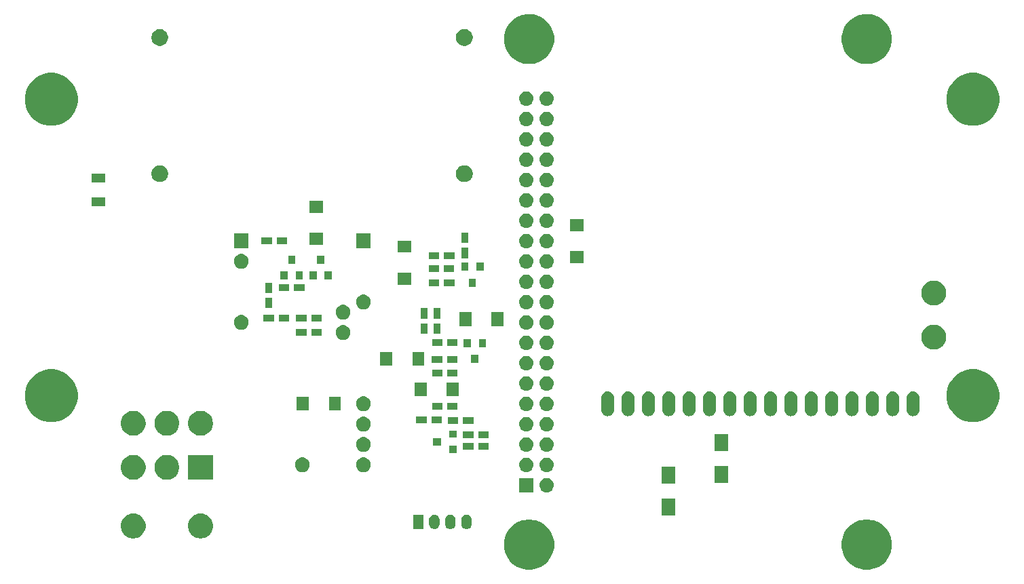
<source format=gbr>
G04 #@! TF.GenerationSoftware,KiCad,Pcbnew,(5.1.2)-1*
G04 #@! TF.CreationDate,2019-06-14T16:17:24+05:00*
G04 #@! TF.ProjectId,evend-adapter,6576656e-642d-4616-9461-707465722e6b,rev?*
G04 #@! TF.SameCoordinates,Original*
G04 #@! TF.FileFunction,Soldermask,Bot*
G04 #@! TF.FilePolarity,Negative*
%FSLAX46Y46*%
G04 Gerber Fmt 4.6, Leading zero omitted, Abs format (unit mm)*
G04 Created by KiCad (PCBNEW (5.1.2)-1) date 2019-06-14 16:17:24*
%MOMM*%
%LPD*%
G04 APERTURE LIST*
%ADD10C,0.100000*%
G04 APERTURE END LIST*
D10*
G36*
X153238643Y-169445326D02*
G01*
X153619207Y-169521025D01*
X154187921Y-169756594D01*
X154699750Y-170098587D01*
X155135024Y-170533861D01*
X155477017Y-171045690D01*
X155712586Y-171614404D01*
X155832678Y-172218147D01*
X155832678Y-172833719D01*
X155712586Y-173437462D01*
X155477017Y-174006176D01*
X155135024Y-174518005D01*
X154699750Y-174953279D01*
X154187921Y-175295272D01*
X153619207Y-175530841D01*
X153317335Y-175590887D01*
X153015465Y-175650933D01*
X152399891Y-175650933D01*
X152098021Y-175590887D01*
X151796149Y-175530841D01*
X151227435Y-175295272D01*
X150715606Y-174953279D01*
X150280332Y-174518005D01*
X149938339Y-174006176D01*
X149702770Y-173437462D01*
X149582678Y-172833719D01*
X149582678Y-172218147D01*
X149702770Y-171614404D01*
X149938339Y-171045690D01*
X150280332Y-170533861D01*
X150715606Y-170098587D01*
X151227435Y-169756594D01*
X151796149Y-169521025D01*
X152176713Y-169445326D01*
X152399891Y-169400933D01*
X153015465Y-169400933D01*
X153238643Y-169445326D01*
X153238643Y-169445326D01*
G37*
G36*
X111126680Y-169445326D02*
G01*
X111507244Y-169521025D01*
X112075958Y-169756594D01*
X112587787Y-170098587D01*
X113023061Y-170533861D01*
X113365054Y-171045690D01*
X113600623Y-171614404D01*
X113720715Y-172218147D01*
X113720715Y-172833719D01*
X113600623Y-173437462D01*
X113365054Y-174006176D01*
X113023061Y-174518005D01*
X112587787Y-174953279D01*
X112075958Y-175295272D01*
X111507244Y-175530841D01*
X111205372Y-175590887D01*
X110903502Y-175650933D01*
X110287928Y-175650933D01*
X109986058Y-175590887D01*
X109684186Y-175530841D01*
X109115472Y-175295272D01*
X108603643Y-174953279D01*
X108168369Y-174518005D01*
X107826376Y-174006176D01*
X107590807Y-173437462D01*
X107470715Y-172833719D01*
X107470715Y-172218147D01*
X107590807Y-171614404D01*
X107826376Y-171045690D01*
X108168369Y-170533861D01*
X108603643Y-170098587D01*
X109115472Y-169756594D01*
X109684186Y-169521025D01*
X110064750Y-169445326D01*
X110287928Y-169400933D01*
X110903502Y-169400933D01*
X111126680Y-169445326D01*
X111126680Y-169445326D01*
G37*
G36*
X69898585Y-168658802D02*
G01*
X70048410Y-168688604D01*
X70330674Y-168805521D01*
X70584705Y-168975259D01*
X70800741Y-169191295D01*
X70970479Y-169445326D01*
X71087396Y-169727590D01*
X71147000Y-170027240D01*
X71147000Y-170332760D01*
X71087396Y-170632410D01*
X70970479Y-170914674D01*
X70800741Y-171168705D01*
X70584705Y-171384741D01*
X70330674Y-171554479D01*
X70048410Y-171671396D01*
X69898585Y-171701198D01*
X69748761Y-171731000D01*
X69443239Y-171731000D01*
X69293415Y-171701198D01*
X69143590Y-171671396D01*
X68861326Y-171554479D01*
X68607295Y-171384741D01*
X68391259Y-171168705D01*
X68221521Y-170914674D01*
X68104604Y-170632410D01*
X68045000Y-170332760D01*
X68045000Y-170027240D01*
X68104604Y-169727590D01*
X68221521Y-169445326D01*
X68391259Y-169191295D01*
X68607295Y-168975259D01*
X68861326Y-168805521D01*
X69143590Y-168688604D01*
X69293415Y-168658802D01*
X69443239Y-168629000D01*
X69748761Y-168629000D01*
X69898585Y-168658802D01*
X69898585Y-168658802D01*
G37*
G36*
X61498585Y-168658802D02*
G01*
X61648410Y-168688604D01*
X61930674Y-168805521D01*
X62184705Y-168975259D01*
X62400741Y-169191295D01*
X62570479Y-169445326D01*
X62687396Y-169727590D01*
X62747000Y-170027240D01*
X62747000Y-170332760D01*
X62687396Y-170632410D01*
X62570479Y-170914674D01*
X62400741Y-171168705D01*
X62184705Y-171384741D01*
X61930674Y-171554479D01*
X61648410Y-171671396D01*
X61498585Y-171701198D01*
X61348761Y-171731000D01*
X61043239Y-171731000D01*
X60893415Y-171701198D01*
X60743590Y-171671396D01*
X60461326Y-171554479D01*
X60207295Y-171384741D01*
X59991259Y-171168705D01*
X59821521Y-170914674D01*
X59704604Y-170632410D01*
X59645000Y-170332760D01*
X59645000Y-170027240D01*
X59704604Y-169727590D01*
X59821521Y-169445326D01*
X59991259Y-169191295D01*
X60207295Y-168975259D01*
X60461326Y-168805521D01*
X60743590Y-168688604D01*
X60893415Y-168658802D01*
X61043239Y-168629000D01*
X61348761Y-168629000D01*
X61498585Y-168658802D01*
X61498585Y-168658802D01*
G37*
G36*
X98901617Y-168780420D02*
G01*
X98992403Y-168807960D01*
X99024335Y-168817646D01*
X99137424Y-168878094D01*
X99236554Y-168959447D01*
X99317906Y-169058575D01*
X99378354Y-169171664D01*
X99384309Y-169191295D01*
X99415580Y-169294382D01*
X99425000Y-169390027D01*
X99425000Y-169953973D01*
X99415580Y-170049618D01*
X99400725Y-170098587D01*
X99378354Y-170172336D01*
X99317906Y-170285425D01*
X99236554Y-170384554D01*
X99137425Y-170465906D01*
X99024336Y-170526354D01*
X98999588Y-170533861D01*
X98901618Y-170563580D01*
X98774000Y-170576149D01*
X98646383Y-170563580D01*
X98548413Y-170533861D01*
X98523665Y-170526354D01*
X98410576Y-170465906D01*
X98311447Y-170384553D01*
X98230094Y-170285425D01*
X98169646Y-170172336D01*
X98147275Y-170098587D01*
X98132420Y-170049618D01*
X98123000Y-169953973D01*
X98123000Y-169390028D01*
X98132420Y-169294383D01*
X98169645Y-169171669D01*
X98169646Y-169171665D01*
X98230094Y-169058576D01*
X98311447Y-168959446D01*
X98410575Y-168878094D01*
X98523664Y-168817646D01*
X98555596Y-168807960D01*
X98646382Y-168780420D01*
X98774000Y-168767851D01*
X98901617Y-168780420D01*
X98901617Y-168780420D01*
G37*
G36*
X102901617Y-168780420D02*
G01*
X102992403Y-168807960D01*
X103024335Y-168817646D01*
X103137424Y-168878094D01*
X103236554Y-168959447D01*
X103317906Y-169058575D01*
X103378354Y-169171664D01*
X103384309Y-169191295D01*
X103415580Y-169294382D01*
X103425000Y-169390027D01*
X103425000Y-169953973D01*
X103415580Y-170049618D01*
X103400725Y-170098587D01*
X103378354Y-170172336D01*
X103317906Y-170285425D01*
X103236554Y-170384554D01*
X103137425Y-170465906D01*
X103024336Y-170526354D01*
X102999588Y-170533861D01*
X102901618Y-170563580D01*
X102774000Y-170576149D01*
X102646383Y-170563580D01*
X102548413Y-170533861D01*
X102523665Y-170526354D01*
X102410576Y-170465906D01*
X102311447Y-170384553D01*
X102230094Y-170285425D01*
X102169646Y-170172336D01*
X102147275Y-170098587D01*
X102132420Y-170049618D01*
X102123000Y-169953973D01*
X102123000Y-169390028D01*
X102132420Y-169294383D01*
X102169645Y-169171669D01*
X102169646Y-169171665D01*
X102230094Y-169058576D01*
X102311447Y-168959446D01*
X102410575Y-168878094D01*
X102523664Y-168817646D01*
X102555596Y-168807960D01*
X102646382Y-168780420D01*
X102774000Y-168767851D01*
X102901617Y-168780420D01*
X102901617Y-168780420D01*
G37*
G36*
X100901617Y-168780420D02*
G01*
X100992403Y-168807960D01*
X101024335Y-168817646D01*
X101137424Y-168878094D01*
X101236554Y-168959447D01*
X101317906Y-169058575D01*
X101378354Y-169171664D01*
X101384309Y-169191295D01*
X101415580Y-169294382D01*
X101425000Y-169390027D01*
X101425000Y-169953973D01*
X101415580Y-170049618D01*
X101400725Y-170098587D01*
X101378354Y-170172336D01*
X101317906Y-170285425D01*
X101236554Y-170384554D01*
X101137425Y-170465906D01*
X101024336Y-170526354D01*
X100999588Y-170533861D01*
X100901618Y-170563580D01*
X100774000Y-170576149D01*
X100646383Y-170563580D01*
X100548413Y-170533861D01*
X100523665Y-170526354D01*
X100410576Y-170465906D01*
X100311447Y-170384553D01*
X100230094Y-170285425D01*
X100169646Y-170172336D01*
X100147275Y-170098587D01*
X100132420Y-170049618D01*
X100123000Y-169953973D01*
X100123000Y-169390028D01*
X100132420Y-169294383D01*
X100169645Y-169171669D01*
X100169646Y-169171665D01*
X100230094Y-169058576D01*
X100311447Y-168959446D01*
X100410575Y-168878094D01*
X100523664Y-168817646D01*
X100555596Y-168807960D01*
X100646382Y-168780420D01*
X100774000Y-168767851D01*
X100901617Y-168780420D01*
X100901617Y-168780420D01*
G37*
G36*
X97425000Y-170573000D02*
G01*
X96123000Y-170573000D01*
X96123000Y-168771000D01*
X97425000Y-168771000D01*
X97425000Y-170573000D01*
X97425000Y-170573000D01*
G37*
G36*
X128867000Y-168881000D02*
G01*
X127165000Y-168881000D01*
X127165000Y-166779000D01*
X128867000Y-166779000D01*
X128867000Y-168881000D01*
X128867000Y-168881000D01*
G37*
G36*
X112886442Y-164205518D02*
G01*
X112952627Y-164212037D01*
X113122466Y-164263557D01*
X113278991Y-164347222D01*
X113308447Y-164371396D01*
X113416186Y-164459814D01*
X113499448Y-164561271D01*
X113528778Y-164597009D01*
X113612443Y-164753534D01*
X113663963Y-164923373D01*
X113681359Y-165100000D01*
X113663963Y-165276627D01*
X113612443Y-165446466D01*
X113528778Y-165602991D01*
X113499448Y-165638729D01*
X113416186Y-165740186D01*
X113314729Y-165823448D01*
X113278991Y-165852778D01*
X113122466Y-165936443D01*
X112952627Y-165987963D01*
X112886443Y-165994481D01*
X112820260Y-166001000D01*
X112731740Y-166001000D01*
X112665557Y-165994481D01*
X112599373Y-165987963D01*
X112429534Y-165936443D01*
X112273009Y-165852778D01*
X112237271Y-165823448D01*
X112135814Y-165740186D01*
X112052552Y-165638729D01*
X112023222Y-165602991D01*
X111939557Y-165446466D01*
X111888037Y-165276627D01*
X111870641Y-165100000D01*
X111888037Y-164923373D01*
X111939557Y-164753534D01*
X112023222Y-164597009D01*
X112052552Y-164561271D01*
X112135814Y-164459814D01*
X112243553Y-164371396D01*
X112273009Y-164347222D01*
X112429534Y-164263557D01*
X112599373Y-164212037D01*
X112665558Y-164205518D01*
X112731740Y-164199000D01*
X112820260Y-164199000D01*
X112886442Y-164205518D01*
X112886442Y-164205518D01*
G37*
G36*
X111137000Y-166001000D02*
G01*
X109335000Y-166001000D01*
X109335000Y-164199000D01*
X111137000Y-164199000D01*
X111137000Y-166001000D01*
X111137000Y-166001000D01*
G37*
G36*
X128867000Y-164881000D02*
G01*
X127165000Y-164881000D01*
X127165000Y-162779000D01*
X128867000Y-162779000D01*
X128867000Y-164881000D01*
X128867000Y-164881000D01*
G37*
G36*
X135471000Y-164849000D02*
G01*
X133769000Y-164849000D01*
X133769000Y-162747000D01*
X135471000Y-162747000D01*
X135471000Y-164849000D01*
X135471000Y-164849000D01*
G37*
G36*
X71147000Y-164431000D02*
G01*
X68045000Y-164431000D01*
X68045000Y-161329000D01*
X71147000Y-161329000D01*
X71147000Y-164431000D01*
X71147000Y-164431000D01*
G37*
G36*
X61498585Y-161358802D02*
G01*
X61648410Y-161388604D01*
X61930674Y-161505521D01*
X62184705Y-161675259D01*
X62400741Y-161891295D01*
X62570479Y-162145326D01*
X62687396Y-162427590D01*
X62747000Y-162727240D01*
X62747000Y-163032760D01*
X62687396Y-163332410D01*
X62570479Y-163614674D01*
X62400741Y-163868705D01*
X62184705Y-164084741D01*
X61930674Y-164254479D01*
X61648410Y-164371396D01*
X61498585Y-164401198D01*
X61348761Y-164431000D01*
X61043239Y-164431000D01*
X60893415Y-164401198D01*
X60743590Y-164371396D01*
X60461326Y-164254479D01*
X60207295Y-164084741D01*
X59991259Y-163868705D01*
X59821521Y-163614674D01*
X59704604Y-163332410D01*
X59645000Y-163032760D01*
X59645000Y-162727240D01*
X59704604Y-162427590D01*
X59821521Y-162145326D01*
X59991259Y-161891295D01*
X60207295Y-161675259D01*
X60461326Y-161505521D01*
X60743590Y-161388604D01*
X60893415Y-161358802D01*
X61043239Y-161329000D01*
X61348761Y-161329000D01*
X61498585Y-161358802D01*
X61498585Y-161358802D01*
G37*
G36*
X65698585Y-161358802D02*
G01*
X65848410Y-161388604D01*
X66130674Y-161505521D01*
X66384705Y-161675259D01*
X66600741Y-161891295D01*
X66770479Y-162145326D01*
X66887396Y-162427590D01*
X66947000Y-162727240D01*
X66947000Y-163032760D01*
X66887396Y-163332410D01*
X66770479Y-163614674D01*
X66600741Y-163868705D01*
X66384705Y-164084741D01*
X66130674Y-164254479D01*
X65848410Y-164371396D01*
X65698585Y-164401198D01*
X65548761Y-164431000D01*
X65243239Y-164431000D01*
X65093415Y-164401198D01*
X64943590Y-164371396D01*
X64661326Y-164254479D01*
X64407295Y-164084741D01*
X64191259Y-163868705D01*
X64021521Y-163614674D01*
X63904604Y-163332410D01*
X63845000Y-163032760D01*
X63845000Y-162727240D01*
X63904604Y-162427590D01*
X64021521Y-162145326D01*
X64191259Y-161891295D01*
X64407295Y-161675259D01*
X64661326Y-161505521D01*
X64943590Y-161388604D01*
X65093415Y-161358802D01*
X65243239Y-161329000D01*
X65548761Y-161329000D01*
X65698585Y-161358802D01*
X65698585Y-161358802D01*
G37*
G36*
X90182778Y-161680547D02*
G01*
X90349224Y-161749491D01*
X90499022Y-161849583D01*
X90626417Y-161976978D01*
X90726509Y-162126776D01*
X90795453Y-162293222D01*
X90830600Y-162469918D01*
X90830600Y-162650082D01*
X90795453Y-162826778D01*
X90726509Y-162993224D01*
X90626417Y-163143022D01*
X90499022Y-163270417D01*
X90349224Y-163370509D01*
X90182778Y-163439453D01*
X90006082Y-163474600D01*
X89825918Y-163474600D01*
X89649222Y-163439453D01*
X89482776Y-163370509D01*
X89332978Y-163270417D01*
X89205583Y-163143022D01*
X89105491Y-162993224D01*
X89036547Y-162826778D01*
X89001400Y-162650082D01*
X89001400Y-162469918D01*
X89036547Y-162293222D01*
X89105491Y-162126776D01*
X89205583Y-161976978D01*
X89332978Y-161849583D01*
X89482776Y-161749491D01*
X89649222Y-161680547D01*
X89825918Y-161645400D01*
X90006082Y-161645400D01*
X90182778Y-161680547D01*
X90182778Y-161680547D01*
G37*
G36*
X82562778Y-161680547D02*
G01*
X82729224Y-161749491D01*
X82879022Y-161849583D01*
X83006417Y-161976978D01*
X83106509Y-162126776D01*
X83175453Y-162293222D01*
X83210600Y-162469918D01*
X83210600Y-162650082D01*
X83175453Y-162826778D01*
X83106509Y-162993224D01*
X83006417Y-163143022D01*
X82879022Y-163270417D01*
X82729224Y-163370509D01*
X82562778Y-163439453D01*
X82386082Y-163474600D01*
X82205918Y-163474600D01*
X82029222Y-163439453D01*
X81862776Y-163370509D01*
X81712978Y-163270417D01*
X81585583Y-163143022D01*
X81485491Y-162993224D01*
X81416547Y-162826778D01*
X81381400Y-162650082D01*
X81381400Y-162469918D01*
X81416547Y-162293222D01*
X81485491Y-162126776D01*
X81585583Y-161976978D01*
X81712978Y-161849583D01*
X81862776Y-161749491D01*
X82029222Y-161680547D01*
X82205918Y-161645400D01*
X82386082Y-161645400D01*
X82562778Y-161680547D01*
X82562778Y-161680547D01*
G37*
G36*
X110346442Y-161665518D02*
G01*
X110412627Y-161672037D01*
X110582466Y-161723557D01*
X110738991Y-161807222D01*
X110774729Y-161836552D01*
X110876186Y-161919814D01*
X110959448Y-162021271D01*
X110988778Y-162057009D01*
X111072443Y-162213534D01*
X111123963Y-162383373D01*
X111141359Y-162560000D01*
X111123963Y-162736627D01*
X111072443Y-162906466D01*
X110988778Y-163062991D01*
X110959448Y-163098729D01*
X110876186Y-163200186D01*
X110790609Y-163270416D01*
X110738991Y-163312778D01*
X110582466Y-163396443D01*
X110412627Y-163447963D01*
X110346442Y-163454482D01*
X110280260Y-163461000D01*
X110191740Y-163461000D01*
X110125558Y-163454482D01*
X110059373Y-163447963D01*
X109889534Y-163396443D01*
X109733009Y-163312778D01*
X109681391Y-163270416D01*
X109595814Y-163200186D01*
X109512552Y-163098729D01*
X109483222Y-163062991D01*
X109399557Y-162906466D01*
X109348037Y-162736627D01*
X109330641Y-162560000D01*
X109348037Y-162383373D01*
X109399557Y-162213534D01*
X109483222Y-162057009D01*
X109512552Y-162021271D01*
X109595814Y-161919814D01*
X109697271Y-161836552D01*
X109733009Y-161807222D01*
X109889534Y-161723557D01*
X110059373Y-161672037D01*
X110125558Y-161665518D01*
X110191740Y-161659000D01*
X110280260Y-161659000D01*
X110346442Y-161665518D01*
X110346442Y-161665518D01*
G37*
G36*
X112886442Y-161665518D02*
G01*
X112952627Y-161672037D01*
X113122466Y-161723557D01*
X113278991Y-161807222D01*
X113314729Y-161836552D01*
X113416186Y-161919814D01*
X113499448Y-162021271D01*
X113528778Y-162057009D01*
X113612443Y-162213534D01*
X113663963Y-162383373D01*
X113681359Y-162560000D01*
X113663963Y-162736627D01*
X113612443Y-162906466D01*
X113528778Y-163062991D01*
X113499448Y-163098729D01*
X113416186Y-163200186D01*
X113330609Y-163270416D01*
X113278991Y-163312778D01*
X113122466Y-163396443D01*
X112952627Y-163447963D01*
X112886442Y-163454482D01*
X112820260Y-163461000D01*
X112731740Y-163461000D01*
X112665558Y-163454482D01*
X112599373Y-163447963D01*
X112429534Y-163396443D01*
X112273009Y-163312778D01*
X112221391Y-163270416D01*
X112135814Y-163200186D01*
X112052552Y-163098729D01*
X112023222Y-163062991D01*
X111939557Y-162906466D01*
X111888037Y-162736627D01*
X111870641Y-162560000D01*
X111888037Y-162383373D01*
X111939557Y-162213534D01*
X112023222Y-162057009D01*
X112052552Y-162021271D01*
X112135814Y-161919814D01*
X112237271Y-161836552D01*
X112273009Y-161807222D01*
X112429534Y-161723557D01*
X112599373Y-161672037D01*
X112665558Y-161665518D01*
X112731740Y-161659000D01*
X112820260Y-161659000D01*
X112886442Y-161665518D01*
X112886442Y-161665518D01*
G37*
G36*
X101593000Y-161090800D02*
G01*
X100591000Y-161090800D01*
X100591000Y-160188800D01*
X101593000Y-160188800D01*
X101593000Y-161090800D01*
X101593000Y-161090800D01*
G37*
G36*
X90182778Y-159140547D02*
G01*
X90349224Y-159209491D01*
X90499022Y-159309583D01*
X90626417Y-159436978D01*
X90726509Y-159586776D01*
X90795453Y-159753222D01*
X90830600Y-159929918D01*
X90830600Y-160110082D01*
X90795453Y-160286778D01*
X90726509Y-160453224D01*
X90626417Y-160603022D01*
X90499022Y-160730417D01*
X90349224Y-160830509D01*
X90182778Y-160899453D01*
X90006082Y-160934600D01*
X89825918Y-160934600D01*
X89649222Y-160899453D01*
X89482776Y-160830509D01*
X89332978Y-160730417D01*
X89205583Y-160603022D01*
X89105491Y-160453224D01*
X89036547Y-160286778D01*
X89001400Y-160110082D01*
X89001400Y-159929918D01*
X89036547Y-159753222D01*
X89105491Y-159586776D01*
X89205583Y-159436978D01*
X89332978Y-159309583D01*
X89482776Y-159209491D01*
X89649222Y-159140547D01*
X89825918Y-159105400D01*
X90006082Y-159105400D01*
X90182778Y-159140547D01*
X90182778Y-159140547D01*
G37*
G36*
X110346442Y-159125518D02*
G01*
X110412627Y-159132037D01*
X110582466Y-159183557D01*
X110738991Y-159267222D01*
X110774729Y-159296552D01*
X110876186Y-159379814D01*
X110959448Y-159481271D01*
X110988778Y-159517009D01*
X111072443Y-159673534D01*
X111123963Y-159843373D01*
X111141359Y-160020000D01*
X111123963Y-160196627D01*
X111072443Y-160366466D01*
X110988778Y-160522991D01*
X110959448Y-160558729D01*
X110876186Y-160660186D01*
X110790609Y-160730416D01*
X110738991Y-160772778D01*
X110582466Y-160856443D01*
X110412627Y-160907963D01*
X110346442Y-160914482D01*
X110280260Y-160921000D01*
X110191740Y-160921000D01*
X110125558Y-160914482D01*
X110059373Y-160907963D01*
X109889534Y-160856443D01*
X109733009Y-160772778D01*
X109681391Y-160730416D01*
X109595814Y-160660186D01*
X109512552Y-160558729D01*
X109483222Y-160522991D01*
X109399557Y-160366466D01*
X109348037Y-160196627D01*
X109330641Y-160020000D01*
X109348037Y-159843373D01*
X109399557Y-159673534D01*
X109483222Y-159517009D01*
X109512552Y-159481271D01*
X109595814Y-159379814D01*
X109697271Y-159296552D01*
X109733009Y-159267222D01*
X109889534Y-159183557D01*
X110059373Y-159132037D01*
X110125558Y-159125518D01*
X110191740Y-159119000D01*
X110280260Y-159119000D01*
X110346442Y-159125518D01*
X110346442Y-159125518D01*
G37*
G36*
X112886442Y-159125518D02*
G01*
X112952627Y-159132037D01*
X113122466Y-159183557D01*
X113278991Y-159267222D01*
X113314729Y-159296552D01*
X113416186Y-159379814D01*
X113499448Y-159481271D01*
X113528778Y-159517009D01*
X113612443Y-159673534D01*
X113663963Y-159843373D01*
X113681359Y-160020000D01*
X113663963Y-160196627D01*
X113612443Y-160366466D01*
X113528778Y-160522991D01*
X113499448Y-160558729D01*
X113416186Y-160660186D01*
X113330609Y-160730416D01*
X113278991Y-160772778D01*
X113122466Y-160856443D01*
X112952627Y-160907963D01*
X112886442Y-160914482D01*
X112820260Y-160921000D01*
X112731740Y-160921000D01*
X112665558Y-160914482D01*
X112599373Y-160907963D01*
X112429534Y-160856443D01*
X112273009Y-160772778D01*
X112221391Y-160730416D01*
X112135814Y-160660186D01*
X112052552Y-160558729D01*
X112023222Y-160522991D01*
X111939557Y-160366466D01*
X111888037Y-160196627D01*
X111870641Y-160020000D01*
X111888037Y-159843373D01*
X111939557Y-159673534D01*
X112023222Y-159517009D01*
X112052552Y-159481271D01*
X112135814Y-159379814D01*
X112237271Y-159296552D01*
X112273009Y-159267222D01*
X112429534Y-159183557D01*
X112599373Y-159132037D01*
X112665558Y-159125518D01*
X112731740Y-159119000D01*
X112820260Y-159119000D01*
X112886442Y-159125518D01*
X112886442Y-159125518D01*
G37*
G36*
X135471000Y-160849000D02*
G01*
X133769000Y-160849000D01*
X133769000Y-158747000D01*
X135471000Y-158747000D01*
X135471000Y-160849000D01*
X135471000Y-160849000D01*
G37*
G36*
X103653000Y-160649200D02*
G01*
X102351000Y-160649200D01*
X102351000Y-159797200D01*
X103653000Y-159797200D01*
X103653000Y-160649200D01*
X103653000Y-160649200D01*
G37*
G36*
X105553000Y-160649200D02*
G01*
X104251000Y-160649200D01*
X104251000Y-159797200D01*
X105553000Y-159797200D01*
X105553000Y-160649200D01*
X105553000Y-160649200D01*
G37*
G36*
X99593000Y-160140800D02*
G01*
X98591000Y-160140800D01*
X98591000Y-159238800D01*
X99593000Y-159238800D01*
X99593000Y-160140800D01*
X99593000Y-160140800D01*
G37*
G36*
X105548000Y-159252200D02*
G01*
X104246000Y-159252200D01*
X104246000Y-158400200D01*
X105548000Y-158400200D01*
X105548000Y-159252200D01*
X105548000Y-159252200D01*
G37*
G36*
X103648000Y-159252200D02*
G01*
X102346000Y-159252200D01*
X102346000Y-158400200D01*
X103648000Y-158400200D01*
X103648000Y-159252200D01*
X103648000Y-159252200D01*
G37*
G36*
X101593000Y-159190800D02*
G01*
X100591000Y-159190800D01*
X100591000Y-158288800D01*
X101593000Y-158288800D01*
X101593000Y-159190800D01*
X101593000Y-159190800D01*
G37*
G36*
X69839353Y-155847020D02*
G01*
X70048410Y-155888604D01*
X70330674Y-156005521D01*
X70584705Y-156175259D01*
X70800741Y-156391295D01*
X70970479Y-156645326D01*
X71087396Y-156927590D01*
X71117198Y-157077415D01*
X71144212Y-157213221D01*
X71147000Y-157227240D01*
X71147000Y-157532760D01*
X71087396Y-157832410D01*
X70970479Y-158114674D01*
X70800741Y-158368705D01*
X70584705Y-158584741D01*
X70330674Y-158754479D01*
X70048410Y-158871396D01*
X69898585Y-158901198D01*
X69748761Y-158931000D01*
X69443239Y-158931000D01*
X69293415Y-158901198D01*
X69143590Y-158871396D01*
X68861326Y-158754479D01*
X68607295Y-158584741D01*
X68391259Y-158368705D01*
X68221521Y-158114674D01*
X68104604Y-157832410D01*
X68045000Y-157532760D01*
X68045000Y-157227240D01*
X68047789Y-157213221D01*
X68074802Y-157077415D01*
X68104604Y-156927590D01*
X68221521Y-156645326D01*
X68391259Y-156391295D01*
X68607295Y-156175259D01*
X68861326Y-156005521D01*
X69143590Y-155888604D01*
X69352647Y-155847020D01*
X69443239Y-155829000D01*
X69748761Y-155829000D01*
X69839353Y-155847020D01*
X69839353Y-155847020D01*
G37*
G36*
X61439353Y-155847020D02*
G01*
X61648410Y-155888604D01*
X61930674Y-156005521D01*
X62184705Y-156175259D01*
X62400741Y-156391295D01*
X62570479Y-156645326D01*
X62687396Y-156927590D01*
X62717198Y-157077415D01*
X62744212Y-157213221D01*
X62747000Y-157227240D01*
X62747000Y-157532760D01*
X62687396Y-157832410D01*
X62570479Y-158114674D01*
X62400741Y-158368705D01*
X62184705Y-158584741D01*
X61930674Y-158754479D01*
X61648410Y-158871396D01*
X61498585Y-158901198D01*
X61348761Y-158931000D01*
X61043239Y-158931000D01*
X60893415Y-158901198D01*
X60743590Y-158871396D01*
X60461326Y-158754479D01*
X60207295Y-158584741D01*
X59991259Y-158368705D01*
X59821521Y-158114674D01*
X59704604Y-157832410D01*
X59645000Y-157532760D01*
X59645000Y-157227240D01*
X59647789Y-157213221D01*
X59674802Y-157077415D01*
X59704604Y-156927590D01*
X59821521Y-156645326D01*
X59991259Y-156391295D01*
X60207295Y-156175259D01*
X60461326Y-156005521D01*
X60743590Y-155888604D01*
X60952647Y-155847020D01*
X61043239Y-155829000D01*
X61348761Y-155829000D01*
X61439353Y-155847020D01*
X61439353Y-155847020D01*
G37*
G36*
X65639353Y-155847020D02*
G01*
X65848410Y-155888604D01*
X66130674Y-156005521D01*
X66384705Y-156175259D01*
X66600741Y-156391295D01*
X66770479Y-156645326D01*
X66887396Y-156927590D01*
X66917198Y-157077415D01*
X66944212Y-157213221D01*
X66947000Y-157227240D01*
X66947000Y-157532760D01*
X66887396Y-157832410D01*
X66770479Y-158114674D01*
X66600741Y-158368705D01*
X66384705Y-158584741D01*
X66130674Y-158754479D01*
X65848410Y-158871396D01*
X65698585Y-158901198D01*
X65548761Y-158931000D01*
X65243239Y-158931000D01*
X65093415Y-158901198D01*
X64943590Y-158871396D01*
X64661326Y-158754479D01*
X64407295Y-158584741D01*
X64191259Y-158368705D01*
X64021521Y-158114674D01*
X63904604Y-157832410D01*
X63845000Y-157532760D01*
X63845000Y-157227240D01*
X63847789Y-157213221D01*
X63874802Y-157077415D01*
X63904604Y-156927590D01*
X64021521Y-156645326D01*
X64191259Y-156391295D01*
X64407295Y-156175259D01*
X64661326Y-156005521D01*
X64943590Y-155888604D01*
X65152647Y-155847020D01*
X65243239Y-155829000D01*
X65548761Y-155829000D01*
X65639353Y-155847020D01*
X65639353Y-155847020D01*
G37*
G36*
X90182778Y-156600547D02*
G01*
X90349224Y-156669491D01*
X90499022Y-156769583D01*
X90626417Y-156896978D01*
X90726509Y-157046776D01*
X90795453Y-157213222D01*
X90830600Y-157389918D01*
X90830600Y-157570082D01*
X90795453Y-157746778D01*
X90726509Y-157913224D01*
X90626417Y-158063022D01*
X90499022Y-158190417D01*
X90349224Y-158290509D01*
X90182778Y-158359453D01*
X90006082Y-158394600D01*
X89825918Y-158394600D01*
X89649222Y-158359453D01*
X89482776Y-158290509D01*
X89332978Y-158190417D01*
X89205583Y-158063022D01*
X89105491Y-157913224D01*
X89036547Y-157746778D01*
X89001400Y-157570082D01*
X89001400Y-157389918D01*
X89036547Y-157213222D01*
X89105491Y-157046776D01*
X89205583Y-156896978D01*
X89332978Y-156769583D01*
X89482776Y-156669491D01*
X89649222Y-156600547D01*
X89825918Y-156565400D01*
X90006082Y-156565400D01*
X90182778Y-156600547D01*
X90182778Y-156600547D01*
G37*
G36*
X112886443Y-156585519D02*
G01*
X112952627Y-156592037D01*
X113122466Y-156643557D01*
X113278991Y-156727222D01*
X113314729Y-156756552D01*
X113416186Y-156839814D01*
X113499448Y-156941271D01*
X113528778Y-156977009D01*
X113612443Y-157133534D01*
X113663963Y-157303373D01*
X113681359Y-157480000D01*
X113663963Y-157656627D01*
X113612443Y-157826466D01*
X113528778Y-157982991D01*
X113499448Y-158018729D01*
X113416186Y-158120186D01*
X113330609Y-158190416D01*
X113278991Y-158232778D01*
X113122466Y-158316443D01*
X112952627Y-158367963D01*
X112886442Y-158374482D01*
X112820260Y-158381000D01*
X112731740Y-158381000D01*
X112665558Y-158374482D01*
X112599373Y-158367963D01*
X112429534Y-158316443D01*
X112273009Y-158232778D01*
X112221391Y-158190416D01*
X112135814Y-158120186D01*
X112052552Y-158018729D01*
X112023222Y-157982991D01*
X111939557Y-157826466D01*
X111888037Y-157656627D01*
X111870641Y-157480000D01*
X111888037Y-157303373D01*
X111939557Y-157133534D01*
X112023222Y-156977009D01*
X112052552Y-156941271D01*
X112135814Y-156839814D01*
X112237271Y-156756552D01*
X112273009Y-156727222D01*
X112429534Y-156643557D01*
X112599373Y-156592037D01*
X112665557Y-156585519D01*
X112731740Y-156579000D01*
X112820260Y-156579000D01*
X112886443Y-156585519D01*
X112886443Y-156585519D01*
G37*
G36*
X110346443Y-156585519D02*
G01*
X110412627Y-156592037D01*
X110582466Y-156643557D01*
X110738991Y-156727222D01*
X110774729Y-156756552D01*
X110876186Y-156839814D01*
X110959448Y-156941271D01*
X110988778Y-156977009D01*
X111072443Y-157133534D01*
X111123963Y-157303373D01*
X111141359Y-157480000D01*
X111123963Y-157656627D01*
X111072443Y-157826466D01*
X110988778Y-157982991D01*
X110959448Y-158018729D01*
X110876186Y-158120186D01*
X110790609Y-158190416D01*
X110738991Y-158232778D01*
X110582466Y-158316443D01*
X110412627Y-158367963D01*
X110346442Y-158374482D01*
X110280260Y-158381000D01*
X110191740Y-158381000D01*
X110125558Y-158374482D01*
X110059373Y-158367963D01*
X109889534Y-158316443D01*
X109733009Y-158232778D01*
X109681391Y-158190416D01*
X109595814Y-158120186D01*
X109512552Y-158018729D01*
X109483222Y-157982991D01*
X109399557Y-157826466D01*
X109348037Y-157656627D01*
X109330641Y-157480000D01*
X109348037Y-157303373D01*
X109399557Y-157133534D01*
X109483222Y-156977009D01*
X109512552Y-156941271D01*
X109595814Y-156839814D01*
X109697271Y-156756552D01*
X109733009Y-156727222D01*
X109889534Y-156643557D01*
X110059373Y-156592037D01*
X110125557Y-156585519D01*
X110191740Y-156579000D01*
X110280260Y-156579000D01*
X110346443Y-156585519D01*
X110346443Y-156585519D01*
G37*
G36*
X101743000Y-157474200D02*
G01*
X100441000Y-157474200D01*
X100441000Y-156622200D01*
X101743000Y-156622200D01*
X101743000Y-157474200D01*
X101743000Y-157474200D01*
G37*
G36*
X103643000Y-157474200D02*
G01*
X102341000Y-157474200D01*
X102341000Y-156622200D01*
X103643000Y-156622200D01*
X103643000Y-157474200D01*
X103643000Y-157474200D01*
G37*
G36*
X97811000Y-157398000D02*
G01*
X96509000Y-157398000D01*
X96509000Y-156546000D01*
X97811000Y-156546000D01*
X97811000Y-157398000D01*
X97811000Y-157398000D01*
G37*
G36*
X99711000Y-157398000D02*
G01*
X98409000Y-157398000D01*
X98409000Y-156546000D01*
X99711000Y-156546000D01*
X99711000Y-157398000D01*
X99711000Y-157398000D01*
G37*
G36*
X166938865Y-150765855D02*
G01*
X167539608Y-151014691D01*
X167539610Y-151014692D01*
X168080265Y-151375946D01*
X168540054Y-151835735D01*
X168901308Y-152376390D01*
X168901309Y-152376392D01*
X169150145Y-152977135D01*
X169277000Y-153614879D01*
X169277000Y-154265121D01*
X169150145Y-154902865D01*
X168991252Y-155286466D01*
X168901308Y-155503610D01*
X168540054Y-156044265D01*
X168080265Y-156504054D01*
X167539610Y-156865308D01*
X167539609Y-156865309D01*
X167539608Y-156865309D01*
X166938865Y-157114145D01*
X166301121Y-157241000D01*
X165650879Y-157241000D01*
X165013135Y-157114145D01*
X164412392Y-156865309D01*
X164412391Y-156865309D01*
X164412390Y-156865308D01*
X163871735Y-156504054D01*
X163411946Y-156044265D01*
X163050692Y-155503610D01*
X162960748Y-155286466D01*
X162801855Y-154902865D01*
X162675000Y-154265121D01*
X162675000Y-153614879D01*
X162801855Y-152977135D01*
X163050691Y-152376392D01*
X163050692Y-152376390D01*
X163411946Y-151835735D01*
X163871735Y-151375946D01*
X164412390Y-151014692D01*
X164412392Y-151014691D01*
X165013135Y-150765855D01*
X165650879Y-150639000D01*
X166301121Y-150639000D01*
X166938865Y-150765855D01*
X166938865Y-150765855D01*
G37*
G36*
X51938865Y-150765855D02*
G01*
X52539608Y-151014691D01*
X52539610Y-151014692D01*
X53080265Y-151375946D01*
X53540054Y-151835735D01*
X53901308Y-152376390D01*
X53901309Y-152376392D01*
X54150145Y-152977135D01*
X54277000Y-153614879D01*
X54277000Y-154265121D01*
X54150145Y-154902865D01*
X53991252Y-155286466D01*
X53901308Y-155503610D01*
X53540054Y-156044265D01*
X53080265Y-156504054D01*
X52539610Y-156865308D01*
X52539609Y-156865309D01*
X52539608Y-156865309D01*
X51938865Y-157114145D01*
X51301121Y-157241000D01*
X50650879Y-157241000D01*
X50013135Y-157114145D01*
X49412392Y-156865309D01*
X49412391Y-156865309D01*
X49412390Y-156865308D01*
X48871735Y-156504054D01*
X48411946Y-156044265D01*
X48050692Y-155503610D01*
X47960748Y-155286466D01*
X47801855Y-154902865D01*
X47675000Y-154265121D01*
X47675000Y-153614879D01*
X47801855Y-152977135D01*
X48050691Y-152376392D01*
X48050692Y-152376390D01*
X48411946Y-151835735D01*
X48871735Y-151375946D01*
X49412390Y-151014692D01*
X49412392Y-151014691D01*
X50013135Y-150765855D01*
X50650879Y-150639000D01*
X51301121Y-150639000D01*
X51938865Y-150765855D01*
X51938865Y-150765855D01*
G37*
G36*
X158653023Y-153400590D02*
G01*
X158753682Y-153431125D01*
X158804013Y-153446392D01*
X158943165Y-153520771D01*
X159065133Y-153620867D01*
X159165229Y-153742835D01*
X159239608Y-153881987D01*
X159239608Y-153881988D01*
X159285410Y-154032977D01*
X159297000Y-154150655D01*
X159297000Y-155729345D01*
X159285410Y-155847023D01*
X159254875Y-155947682D01*
X159239608Y-155998013D01*
X159165230Y-156137164D01*
X159165229Y-156137165D01*
X159065133Y-156259133D01*
X158943164Y-156359229D01*
X158804012Y-156433608D01*
X158753681Y-156448875D01*
X158653022Y-156479410D01*
X158496000Y-156494875D01*
X158338977Y-156479410D01*
X158238318Y-156448875D01*
X158187987Y-156433608D01*
X158048835Y-156359229D01*
X157926867Y-156259133D01*
X157826771Y-156137164D01*
X157777115Y-156044265D01*
X157752392Y-155998012D01*
X157708889Y-155854600D01*
X157706590Y-155847022D01*
X157698863Y-155768570D01*
X157695000Y-155729345D01*
X157695001Y-154150654D01*
X157706591Y-154032979D01*
X157706591Y-154032977D01*
X157752393Y-153881988D01*
X157752393Y-153881987D01*
X157826772Y-153742835D01*
X157926868Y-153620867D01*
X158048836Y-153520771D01*
X158187988Y-153446392D01*
X158238319Y-153431125D01*
X158338978Y-153400590D01*
X158496000Y-153385125D01*
X158653023Y-153400590D01*
X158653023Y-153400590D01*
G37*
G36*
X120553023Y-153400590D02*
G01*
X120653682Y-153431125D01*
X120704013Y-153446392D01*
X120843165Y-153520771D01*
X120965133Y-153620867D01*
X121065229Y-153742835D01*
X121139608Y-153881987D01*
X121139608Y-153881988D01*
X121185410Y-154032977D01*
X121197000Y-154150655D01*
X121197000Y-155729345D01*
X121185410Y-155847023D01*
X121154875Y-155947682D01*
X121139608Y-155998013D01*
X121065230Y-156137164D01*
X121065229Y-156137165D01*
X120965133Y-156259133D01*
X120843164Y-156359229D01*
X120704012Y-156433608D01*
X120653681Y-156448875D01*
X120553022Y-156479410D01*
X120396000Y-156494875D01*
X120238977Y-156479410D01*
X120138318Y-156448875D01*
X120087987Y-156433608D01*
X119948835Y-156359229D01*
X119826867Y-156259133D01*
X119726771Y-156137164D01*
X119677115Y-156044265D01*
X119652392Y-155998012D01*
X119608889Y-155854600D01*
X119606590Y-155847022D01*
X119598863Y-155768570D01*
X119595000Y-155729345D01*
X119595001Y-154150654D01*
X119606591Y-154032979D01*
X119606591Y-154032977D01*
X119652393Y-153881988D01*
X119652393Y-153881987D01*
X119726772Y-153742835D01*
X119826868Y-153620867D01*
X119948836Y-153520771D01*
X120087988Y-153446392D01*
X120138319Y-153431125D01*
X120238978Y-153400590D01*
X120396000Y-153385125D01*
X120553023Y-153400590D01*
X120553023Y-153400590D01*
G37*
G36*
X123093023Y-153400590D02*
G01*
X123193682Y-153431125D01*
X123244013Y-153446392D01*
X123383165Y-153520771D01*
X123505133Y-153620867D01*
X123605229Y-153742835D01*
X123679608Y-153881987D01*
X123679608Y-153881988D01*
X123725410Y-154032977D01*
X123737000Y-154150655D01*
X123737000Y-155729345D01*
X123725410Y-155847023D01*
X123694875Y-155947682D01*
X123679608Y-155998013D01*
X123605230Y-156137164D01*
X123605229Y-156137165D01*
X123505133Y-156259133D01*
X123383164Y-156359229D01*
X123244012Y-156433608D01*
X123193681Y-156448875D01*
X123093022Y-156479410D01*
X122936000Y-156494875D01*
X122778977Y-156479410D01*
X122678318Y-156448875D01*
X122627987Y-156433608D01*
X122488835Y-156359229D01*
X122366867Y-156259133D01*
X122266771Y-156137164D01*
X122217115Y-156044265D01*
X122192392Y-155998012D01*
X122148889Y-155854600D01*
X122146590Y-155847022D01*
X122138863Y-155768570D01*
X122135000Y-155729345D01*
X122135001Y-154150654D01*
X122146591Y-154032979D01*
X122146591Y-154032977D01*
X122192393Y-153881988D01*
X122192393Y-153881987D01*
X122266772Y-153742835D01*
X122366868Y-153620867D01*
X122488836Y-153520771D01*
X122627988Y-153446392D01*
X122678319Y-153431125D01*
X122778978Y-153400590D01*
X122936000Y-153385125D01*
X123093023Y-153400590D01*
X123093023Y-153400590D01*
G37*
G36*
X125633023Y-153400590D02*
G01*
X125733682Y-153431125D01*
X125784013Y-153446392D01*
X125923165Y-153520771D01*
X126045133Y-153620867D01*
X126145229Y-153742835D01*
X126219608Y-153881987D01*
X126219608Y-153881988D01*
X126265410Y-154032977D01*
X126277000Y-154150655D01*
X126277000Y-155729345D01*
X126265410Y-155847023D01*
X126234875Y-155947682D01*
X126219608Y-155998013D01*
X126145230Y-156137164D01*
X126145229Y-156137165D01*
X126045133Y-156259133D01*
X125923164Y-156359229D01*
X125784012Y-156433608D01*
X125733681Y-156448875D01*
X125633022Y-156479410D01*
X125476000Y-156494875D01*
X125318977Y-156479410D01*
X125218318Y-156448875D01*
X125167987Y-156433608D01*
X125028835Y-156359229D01*
X124906867Y-156259133D01*
X124806771Y-156137164D01*
X124757115Y-156044265D01*
X124732392Y-155998012D01*
X124688889Y-155854600D01*
X124686590Y-155847022D01*
X124678863Y-155768570D01*
X124675000Y-155729345D01*
X124675001Y-154150654D01*
X124686591Y-154032979D01*
X124686591Y-154032977D01*
X124732393Y-153881988D01*
X124732393Y-153881987D01*
X124806772Y-153742835D01*
X124906868Y-153620867D01*
X125028836Y-153520771D01*
X125167988Y-153446392D01*
X125218319Y-153431125D01*
X125318978Y-153400590D01*
X125476000Y-153385125D01*
X125633023Y-153400590D01*
X125633023Y-153400590D01*
G37*
G36*
X128173023Y-153400590D02*
G01*
X128273682Y-153431125D01*
X128324013Y-153446392D01*
X128463165Y-153520771D01*
X128585133Y-153620867D01*
X128685229Y-153742835D01*
X128759608Y-153881987D01*
X128759608Y-153881988D01*
X128805410Y-154032977D01*
X128817000Y-154150655D01*
X128817000Y-155729345D01*
X128805410Y-155847023D01*
X128774875Y-155947682D01*
X128759608Y-155998013D01*
X128685230Y-156137164D01*
X128685229Y-156137165D01*
X128585133Y-156259133D01*
X128463164Y-156359229D01*
X128324012Y-156433608D01*
X128273681Y-156448875D01*
X128173022Y-156479410D01*
X128016000Y-156494875D01*
X127858977Y-156479410D01*
X127758318Y-156448875D01*
X127707987Y-156433608D01*
X127568835Y-156359229D01*
X127446867Y-156259133D01*
X127346771Y-156137164D01*
X127297115Y-156044265D01*
X127272392Y-155998012D01*
X127228889Y-155854600D01*
X127226590Y-155847022D01*
X127218863Y-155768570D01*
X127215000Y-155729345D01*
X127215001Y-154150654D01*
X127226591Y-154032979D01*
X127226591Y-154032977D01*
X127272393Y-153881988D01*
X127272393Y-153881987D01*
X127346772Y-153742835D01*
X127446868Y-153620867D01*
X127568836Y-153520771D01*
X127707988Y-153446392D01*
X127758319Y-153431125D01*
X127858978Y-153400590D01*
X128016000Y-153385125D01*
X128173023Y-153400590D01*
X128173023Y-153400590D01*
G37*
G36*
X130713023Y-153400590D02*
G01*
X130813682Y-153431125D01*
X130864013Y-153446392D01*
X131003165Y-153520771D01*
X131125133Y-153620867D01*
X131225229Y-153742835D01*
X131299608Y-153881987D01*
X131299608Y-153881988D01*
X131345410Y-154032977D01*
X131357000Y-154150655D01*
X131357000Y-155729345D01*
X131345410Y-155847023D01*
X131314875Y-155947682D01*
X131299608Y-155998013D01*
X131225230Y-156137164D01*
X131225229Y-156137165D01*
X131125133Y-156259133D01*
X131003164Y-156359229D01*
X130864012Y-156433608D01*
X130813681Y-156448875D01*
X130713022Y-156479410D01*
X130556000Y-156494875D01*
X130398977Y-156479410D01*
X130298318Y-156448875D01*
X130247987Y-156433608D01*
X130108835Y-156359229D01*
X129986867Y-156259133D01*
X129886771Y-156137164D01*
X129837115Y-156044265D01*
X129812392Y-155998012D01*
X129768889Y-155854600D01*
X129766590Y-155847022D01*
X129758863Y-155768570D01*
X129755000Y-155729345D01*
X129755001Y-154150654D01*
X129766591Y-154032979D01*
X129766591Y-154032977D01*
X129812393Y-153881988D01*
X129812393Y-153881987D01*
X129886772Y-153742835D01*
X129986868Y-153620867D01*
X130108836Y-153520771D01*
X130247988Y-153446392D01*
X130298319Y-153431125D01*
X130398978Y-153400590D01*
X130556000Y-153385125D01*
X130713023Y-153400590D01*
X130713023Y-153400590D01*
G37*
G36*
X133253023Y-153400590D02*
G01*
X133353682Y-153431125D01*
X133404013Y-153446392D01*
X133543165Y-153520771D01*
X133665133Y-153620867D01*
X133765229Y-153742835D01*
X133839608Y-153881987D01*
X133839608Y-153881988D01*
X133885410Y-154032977D01*
X133897000Y-154150655D01*
X133897000Y-155729345D01*
X133885410Y-155847023D01*
X133854875Y-155947682D01*
X133839608Y-155998013D01*
X133765230Y-156137164D01*
X133765229Y-156137165D01*
X133665133Y-156259133D01*
X133543164Y-156359229D01*
X133404012Y-156433608D01*
X133353681Y-156448875D01*
X133253022Y-156479410D01*
X133096000Y-156494875D01*
X132938977Y-156479410D01*
X132838318Y-156448875D01*
X132787987Y-156433608D01*
X132648835Y-156359229D01*
X132526867Y-156259133D01*
X132426771Y-156137164D01*
X132377115Y-156044265D01*
X132352392Y-155998012D01*
X132308889Y-155854600D01*
X132306590Y-155847022D01*
X132298863Y-155768570D01*
X132295000Y-155729345D01*
X132295001Y-154150654D01*
X132306591Y-154032979D01*
X132306591Y-154032977D01*
X132352393Y-153881988D01*
X132352393Y-153881987D01*
X132426772Y-153742835D01*
X132526868Y-153620867D01*
X132648836Y-153520771D01*
X132787988Y-153446392D01*
X132838319Y-153431125D01*
X132938978Y-153400590D01*
X133096000Y-153385125D01*
X133253023Y-153400590D01*
X133253023Y-153400590D01*
G37*
G36*
X135793023Y-153400590D02*
G01*
X135893682Y-153431125D01*
X135944013Y-153446392D01*
X136083165Y-153520771D01*
X136205133Y-153620867D01*
X136305229Y-153742835D01*
X136379608Y-153881987D01*
X136379608Y-153881988D01*
X136425410Y-154032977D01*
X136437000Y-154150655D01*
X136437000Y-155729345D01*
X136425410Y-155847023D01*
X136394875Y-155947682D01*
X136379608Y-155998013D01*
X136305230Y-156137164D01*
X136305229Y-156137165D01*
X136205133Y-156259133D01*
X136083164Y-156359229D01*
X135944012Y-156433608D01*
X135893681Y-156448875D01*
X135793022Y-156479410D01*
X135636000Y-156494875D01*
X135478977Y-156479410D01*
X135378318Y-156448875D01*
X135327987Y-156433608D01*
X135188835Y-156359229D01*
X135066867Y-156259133D01*
X134966771Y-156137164D01*
X134917115Y-156044265D01*
X134892392Y-155998012D01*
X134848889Y-155854600D01*
X134846590Y-155847022D01*
X134838863Y-155768570D01*
X134835000Y-155729345D01*
X134835001Y-154150654D01*
X134846591Y-154032979D01*
X134846591Y-154032977D01*
X134892393Y-153881988D01*
X134892393Y-153881987D01*
X134966772Y-153742835D01*
X135066868Y-153620867D01*
X135188836Y-153520771D01*
X135327988Y-153446392D01*
X135378319Y-153431125D01*
X135478978Y-153400590D01*
X135636000Y-153385125D01*
X135793023Y-153400590D01*
X135793023Y-153400590D01*
G37*
G36*
X140873023Y-153400590D02*
G01*
X140973682Y-153431125D01*
X141024013Y-153446392D01*
X141163165Y-153520771D01*
X141285133Y-153620867D01*
X141385229Y-153742835D01*
X141459608Y-153881987D01*
X141459608Y-153881988D01*
X141505410Y-154032977D01*
X141517000Y-154150655D01*
X141517000Y-155729345D01*
X141505410Y-155847023D01*
X141474875Y-155947682D01*
X141459608Y-155998013D01*
X141385230Y-156137164D01*
X141385229Y-156137165D01*
X141285133Y-156259133D01*
X141163164Y-156359229D01*
X141024012Y-156433608D01*
X140973681Y-156448875D01*
X140873022Y-156479410D01*
X140716000Y-156494875D01*
X140558977Y-156479410D01*
X140458318Y-156448875D01*
X140407987Y-156433608D01*
X140268835Y-156359229D01*
X140146867Y-156259133D01*
X140046771Y-156137164D01*
X139997115Y-156044265D01*
X139972392Y-155998012D01*
X139928889Y-155854600D01*
X139926590Y-155847022D01*
X139918863Y-155768570D01*
X139915000Y-155729345D01*
X139915001Y-154150654D01*
X139926591Y-154032979D01*
X139926591Y-154032977D01*
X139972393Y-153881988D01*
X139972393Y-153881987D01*
X140046772Y-153742835D01*
X140146868Y-153620867D01*
X140268836Y-153520771D01*
X140407988Y-153446392D01*
X140458319Y-153431125D01*
X140558978Y-153400590D01*
X140716000Y-153385125D01*
X140873023Y-153400590D01*
X140873023Y-153400590D01*
G37*
G36*
X138333023Y-153400590D02*
G01*
X138433682Y-153431125D01*
X138484013Y-153446392D01*
X138623165Y-153520771D01*
X138745133Y-153620867D01*
X138845229Y-153742835D01*
X138919608Y-153881987D01*
X138919608Y-153881988D01*
X138965410Y-154032977D01*
X138977000Y-154150655D01*
X138977000Y-155729345D01*
X138965410Y-155847023D01*
X138934875Y-155947682D01*
X138919608Y-155998013D01*
X138845230Y-156137164D01*
X138845229Y-156137165D01*
X138745133Y-156259133D01*
X138623164Y-156359229D01*
X138484012Y-156433608D01*
X138433681Y-156448875D01*
X138333022Y-156479410D01*
X138176000Y-156494875D01*
X138018977Y-156479410D01*
X137918318Y-156448875D01*
X137867987Y-156433608D01*
X137728835Y-156359229D01*
X137606867Y-156259133D01*
X137506771Y-156137164D01*
X137457115Y-156044265D01*
X137432392Y-155998012D01*
X137388889Y-155854600D01*
X137386590Y-155847022D01*
X137378863Y-155768570D01*
X137375000Y-155729345D01*
X137375001Y-154150654D01*
X137386591Y-154032979D01*
X137386591Y-154032977D01*
X137432393Y-153881988D01*
X137432393Y-153881987D01*
X137506772Y-153742835D01*
X137606868Y-153620867D01*
X137728836Y-153520771D01*
X137867988Y-153446392D01*
X137918319Y-153431125D01*
X138018978Y-153400590D01*
X138176000Y-153385125D01*
X138333023Y-153400590D01*
X138333023Y-153400590D01*
G37*
G36*
X156113023Y-153400590D02*
G01*
X156213682Y-153431125D01*
X156264013Y-153446392D01*
X156403165Y-153520771D01*
X156525133Y-153620867D01*
X156625229Y-153742835D01*
X156699608Y-153881987D01*
X156699608Y-153881988D01*
X156745410Y-154032977D01*
X156757000Y-154150655D01*
X156757000Y-155729345D01*
X156745410Y-155847023D01*
X156714875Y-155947682D01*
X156699608Y-155998013D01*
X156625230Y-156137164D01*
X156625229Y-156137165D01*
X156525133Y-156259133D01*
X156403164Y-156359229D01*
X156264012Y-156433608D01*
X156213681Y-156448875D01*
X156113022Y-156479410D01*
X155956000Y-156494875D01*
X155798977Y-156479410D01*
X155698318Y-156448875D01*
X155647987Y-156433608D01*
X155508835Y-156359229D01*
X155386867Y-156259133D01*
X155286771Y-156137164D01*
X155237115Y-156044265D01*
X155212392Y-155998012D01*
X155168889Y-155854600D01*
X155166590Y-155847022D01*
X155158863Y-155768570D01*
X155155000Y-155729345D01*
X155155001Y-154150654D01*
X155166591Y-154032979D01*
X155166591Y-154032977D01*
X155212393Y-153881988D01*
X155212393Y-153881987D01*
X155286772Y-153742835D01*
X155386868Y-153620867D01*
X155508836Y-153520771D01*
X155647988Y-153446392D01*
X155698319Y-153431125D01*
X155798978Y-153400590D01*
X155956000Y-153385125D01*
X156113023Y-153400590D01*
X156113023Y-153400590D01*
G37*
G36*
X153573023Y-153400590D02*
G01*
X153673682Y-153431125D01*
X153724013Y-153446392D01*
X153863165Y-153520771D01*
X153985133Y-153620867D01*
X154085229Y-153742835D01*
X154159608Y-153881987D01*
X154159608Y-153881988D01*
X154205410Y-154032977D01*
X154217000Y-154150655D01*
X154217000Y-155729345D01*
X154205410Y-155847023D01*
X154174875Y-155947682D01*
X154159608Y-155998013D01*
X154085230Y-156137164D01*
X154085229Y-156137165D01*
X153985133Y-156259133D01*
X153863164Y-156359229D01*
X153724012Y-156433608D01*
X153673681Y-156448875D01*
X153573022Y-156479410D01*
X153416000Y-156494875D01*
X153258977Y-156479410D01*
X153158318Y-156448875D01*
X153107987Y-156433608D01*
X152968835Y-156359229D01*
X152846867Y-156259133D01*
X152746771Y-156137164D01*
X152697115Y-156044265D01*
X152672392Y-155998012D01*
X152628889Y-155854600D01*
X152626590Y-155847022D01*
X152618863Y-155768570D01*
X152615000Y-155729345D01*
X152615001Y-154150654D01*
X152626591Y-154032979D01*
X152626591Y-154032977D01*
X152672393Y-153881988D01*
X152672393Y-153881987D01*
X152746772Y-153742835D01*
X152846868Y-153620867D01*
X152968836Y-153520771D01*
X153107988Y-153446392D01*
X153158319Y-153431125D01*
X153258978Y-153400590D01*
X153416000Y-153385125D01*
X153573023Y-153400590D01*
X153573023Y-153400590D01*
G37*
G36*
X151033023Y-153400590D02*
G01*
X151133682Y-153431125D01*
X151184013Y-153446392D01*
X151323165Y-153520771D01*
X151445133Y-153620867D01*
X151545229Y-153742835D01*
X151619608Y-153881987D01*
X151619608Y-153881988D01*
X151665410Y-154032977D01*
X151677000Y-154150655D01*
X151677000Y-155729345D01*
X151665410Y-155847023D01*
X151634875Y-155947682D01*
X151619608Y-155998013D01*
X151545230Y-156137164D01*
X151545229Y-156137165D01*
X151445133Y-156259133D01*
X151323164Y-156359229D01*
X151184012Y-156433608D01*
X151133681Y-156448875D01*
X151033022Y-156479410D01*
X150876000Y-156494875D01*
X150718977Y-156479410D01*
X150618318Y-156448875D01*
X150567987Y-156433608D01*
X150428835Y-156359229D01*
X150306867Y-156259133D01*
X150206771Y-156137164D01*
X150157115Y-156044265D01*
X150132392Y-155998012D01*
X150088889Y-155854600D01*
X150086590Y-155847022D01*
X150078863Y-155768570D01*
X150075000Y-155729345D01*
X150075001Y-154150654D01*
X150086591Y-154032979D01*
X150086591Y-154032977D01*
X150132393Y-153881988D01*
X150132393Y-153881987D01*
X150206772Y-153742835D01*
X150306868Y-153620867D01*
X150428836Y-153520771D01*
X150567988Y-153446392D01*
X150618319Y-153431125D01*
X150718978Y-153400590D01*
X150876000Y-153385125D01*
X151033023Y-153400590D01*
X151033023Y-153400590D01*
G37*
G36*
X148493023Y-153400590D02*
G01*
X148593682Y-153431125D01*
X148644013Y-153446392D01*
X148783165Y-153520771D01*
X148905133Y-153620867D01*
X149005229Y-153742835D01*
X149079608Y-153881987D01*
X149079608Y-153881988D01*
X149125410Y-154032977D01*
X149137000Y-154150655D01*
X149137000Y-155729345D01*
X149125410Y-155847023D01*
X149094875Y-155947682D01*
X149079608Y-155998013D01*
X149005230Y-156137164D01*
X149005229Y-156137165D01*
X148905133Y-156259133D01*
X148783164Y-156359229D01*
X148644012Y-156433608D01*
X148593681Y-156448875D01*
X148493022Y-156479410D01*
X148336000Y-156494875D01*
X148178977Y-156479410D01*
X148078318Y-156448875D01*
X148027987Y-156433608D01*
X147888835Y-156359229D01*
X147766867Y-156259133D01*
X147666771Y-156137164D01*
X147617115Y-156044265D01*
X147592392Y-155998012D01*
X147548889Y-155854600D01*
X147546590Y-155847022D01*
X147538863Y-155768570D01*
X147535000Y-155729345D01*
X147535001Y-154150654D01*
X147546591Y-154032979D01*
X147546591Y-154032977D01*
X147592393Y-153881988D01*
X147592393Y-153881987D01*
X147666772Y-153742835D01*
X147766868Y-153620867D01*
X147888836Y-153520771D01*
X148027988Y-153446392D01*
X148078319Y-153431125D01*
X148178978Y-153400590D01*
X148336000Y-153385125D01*
X148493023Y-153400590D01*
X148493023Y-153400590D01*
G37*
G36*
X145953023Y-153400590D02*
G01*
X146053682Y-153431125D01*
X146104013Y-153446392D01*
X146243165Y-153520771D01*
X146365133Y-153620867D01*
X146465229Y-153742835D01*
X146539608Y-153881987D01*
X146539608Y-153881988D01*
X146585410Y-154032977D01*
X146597000Y-154150655D01*
X146597000Y-155729345D01*
X146585410Y-155847023D01*
X146554875Y-155947682D01*
X146539608Y-155998013D01*
X146465230Y-156137164D01*
X146465229Y-156137165D01*
X146365133Y-156259133D01*
X146243164Y-156359229D01*
X146104012Y-156433608D01*
X146053681Y-156448875D01*
X145953022Y-156479410D01*
X145796000Y-156494875D01*
X145638977Y-156479410D01*
X145538318Y-156448875D01*
X145487987Y-156433608D01*
X145348835Y-156359229D01*
X145226867Y-156259133D01*
X145126771Y-156137164D01*
X145077115Y-156044265D01*
X145052392Y-155998012D01*
X145008889Y-155854600D01*
X145006590Y-155847022D01*
X144998863Y-155768570D01*
X144995000Y-155729345D01*
X144995001Y-154150654D01*
X145006591Y-154032979D01*
X145006591Y-154032977D01*
X145052393Y-153881988D01*
X145052393Y-153881987D01*
X145126772Y-153742835D01*
X145226868Y-153620867D01*
X145348836Y-153520771D01*
X145487988Y-153446392D01*
X145538319Y-153431125D01*
X145638978Y-153400590D01*
X145796000Y-153385125D01*
X145953023Y-153400590D01*
X145953023Y-153400590D01*
G37*
G36*
X143413023Y-153400590D02*
G01*
X143513682Y-153431125D01*
X143564013Y-153446392D01*
X143703165Y-153520771D01*
X143825133Y-153620867D01*
X143925229Y-153742835D01*
X143999608Y-153881987D01*
X143999608Y-153881988D01*
X144045410Y-154032977D01*
X144057000Y-154150655D01*
X144057000Y-155729345D01*
X144045410Y-155847023D01*
X144014875Y-155947682D01*
X143999608Y-155998013D01*
X143925230Y-156137164D01*
X143925229Y-156137165D01*
X143825133Y-156259133D01*
X143703164Y-156359229D01*
X143564012Y-156433608D01*
X143513681Y-156448875D01*
X143413022Y-156479410D01*
X143256000Y-156494875D01*
X143098977Y-156479410D01*
X142998318Y-156448875D01*
X142947987Y-156433608D01*
X142808835Y-156359229D01*
X142686867Y-156259133D01*
X142586771Y-156137164D01*
X142537115Y-156044265D01*
X142512392Y-155998012D01*
X142468889Y-155854600D01*
X142466590Y-155847022D01*
X142458863Y-155768570D01*
X142455000Y-155729345D01*
X142455001Y-154150654D01*
X142466591Y-154032979D01*
X142466591Y-154032977D01*
X142512393Y-153881988D01*
X142512393Y-153881987D01*
X142586772Y-153742835D01*
X142686868Y-153620867D01*
X142808836Y-153520771D01*
X142947988Y-153446392D01*
X142998319Y-153431125D01*
X143098978Y-153400590D01*
X143256000Y-153385125D01*
X143413023Y-153400590D01*
X143413023Y-153400590D01*
G37*
G36*
X90182778Y-154060547D02*
G01*
X90349224Y-154129491D01*
X90499022Y-154229583D01*
X90626417Y-154356978D01*
X90726509Y-154506776D01*
X90795453Y-154673222D01*
X90830600Y-154849918D01*
X90830600Y-155030082D01*
X90795453Y-155206778D01*
X90726509Y-155373224D01*
X90626417Y-155523022D01*
X90499022Y-155650417D01*
X90349224Y-155750509D01*
X90182778Y-155819453D01*
X90006082Y-155854600D01*
X89825918Y-155854600D01*
X89649222Y-155819453D01*
X89482776Y-155750509D01*
X89332978Y-155650417D01*
X89205583Y-155523022D01*
X89105491Y-155373224D01*
X89036547Y-155206778D01*
X89001400Y-155030082D01*
X89001400Y-154849918D01*
X89036547Y-154673222D01*
X89105491Y-154506776D01*
X89205583Y-154356978D01*
X89332978Y-154229583D01*
X89482776Y-154129491D01*
X89649222Y-154060547D01*
X89825918Y-154025400D01*
X90006082Y-154025400D01*
X90182778Y-154060547D01*
X90182778Y-154060547D01*
G37*
G36*
X112886442Y-154045518D02*
G01*
X112952627Y-154052037D01*
X113122466Y-154103557D01*
X113278991Y-154187222D01*
X113314729Y-154216552D01*
X113416186Y-154299814D01*
X113499448Y-154401271D01*
X113528778Y-154437009D01*
X113612443Y-154593534D01*
X113663963Y-154763373D01*
X113681359Y-154940000D01*
X113663963Y-155116627D01*
X113612443Y-155286466D01*
X113528778Y-155442991D01*
X113499448Y-155478729D01*
X113416186Y-155580186D01*
X113330609Y-155650416D01*
X113278991Y-155692778D01*
X113122466Y-155776443D01*
X112952627Y-155827963D01*
X112886442Y-155834482D01*
X112820260Y-155841000D01*
X112731740Y-155841000D01*
X112665558Y-155834482D01*
X112599373Y-155827963D01*
X112429534Y-155776443D01*
X112273009Y-155692778D01*
X112221391Y-155650416D01*
X112135814Y-155580186D01*
X112052552Y-155478729D01*
X112023222Y-155442991D01*
X111939557Y-155286466D01*
X111888037Y-155116627D01*
X111870641Y-154940000D01*
X111888037Y-154763373D01*
X111939557Y-154593534D01*
X112023222Y-154437009D01*
X112052552Y-154401271D01*
X112135814Y-154299814D01*
X112237271Y-154216552D01*
X112273009Y-154187222D01*
X112429534Y-154103557D01*
X112599373Y-154052037D01*
X112665558Y-154045518D01*
X112731740Y-154039000D01*
X112820260Y-154039000D01*
X112886442Y-154045518D01*
X112886442Y-154045518D01*
G37*
G36*
X110346442Y-154045518D02*
G01*
X110412627Y-154052037D01*
X110582466Y-154103557D01*
X110738991Y-154187222D01*
X110774729Y-154216552D01*
X110876186Y-154299814D01*
X110959448Y-154401271D01*
X110988778Y-154437009D01*
X111072443Y-154593534D01*
X111123963Y-154763373D01*
X111141359Y-154940000D01*
X111123963Y-155116627D01*
X111072443Y-155286466D01*
X110988778Y-155442991D01*
X110959448Y-155478729D01*
X110876186Y-155580186D01*
X110790609Y-155650416D01*
X110738991Y-155692778D01*
X110582466Y-155776443D01*
X110412627Y-155827963D01*
X110346442Y-155834482D01*
X110280260Y-155841000D01*
X110191740Y-155841000D01*
X110125558Y-155834482D01*
X110059373Y-155827963D01*
X109889534Y-155776443D01*
X109733009Y-155692778D01*
X109681391Y-155650416D01*
X109595814Y-155580186D01*
X109512552Y-155478729D01*
X109483222Y-155442991D01*
X109399557Y-155286466D01*
X109348037Y-155116627D01*
X109330641Y-154940000D01*
X109348037Y-154763373D01*
X109399557Y-154593534D01*
X109483222Y-154437009D01*
X109512552Y-154401271D01*
X109595814Y-154299814D01*
X109697271Y-154216552D01*
X109733009Y-154187222D01*
X109889534Y-154103557D01*
X110059373Y-154052037D01*
X110125558Y-154045518D01*
X110191740Y-154039000D01*
X110280260Y-154039000D01*
X110346442Y-154045518D01*
X110346442Y-154045518D01*
G37*
G36*
X87111000Y-155791000D02*
G01*
X85609000Y-155791000D01*
X85609000Y-154089000D01*
X87111000Y-154089000D01*
X87111000Y-155791000D01*
X87111000Y-155791000D01*
G37*
G36*
X83111000Y-155791000D02*
G01*
X81609000Y-155791000D01*
X81609000Y-154089000D01*
X83111000Y-154089000D01*
X83111000Y-155791000D01*
X83111000Y-155791000D01*
G37*
G36*
X99777000Y-155696200D02*
G01*
X98475000Y-155696200D01*
X98475000Y-154844200D01*
X99777000Y-154844200D01*
X99777000Y-155696200D01*
X99777000Y-155696200D01*
G37*
G36*
X101677000Y-155696200D02*
G01*
X100375000Y-155696200D01*
X100375000Y-154844200D01*
X101677000Y-154844200D01*
X101677000Y-155696200D01*
X101677000Y-155696200D01*
G37*
G36*
X101811000Y-154013000D02*
G01*
X100309000Y-154013000D01*
X100309000Y-152311000D01*
X101811000Y-152311000D01*
X101811000Y-154013000D01*
X101811000Y-154013000D01*
G37*
G36*
X97811000Y-154013000D02*
G01*
X96309000Y-154013000D01*
X96309000Y-152311000D01*
X97811000Y-152311000D01*
X97811000Y-154013000D01*
X97811000Y-154013000D01*
G37*
G36*
X110346443Y-151505519D02*
G01*
X110412627Y-151512037D01*
X110582466Y-151563557D01*
X110738991Y-151647222D01*
X110774729Y-151676552D01*
X110876186Y-151759814D01*
X110959448Y-151861271D01*
X110988778Y-151897009D01*
X111072443Y-152053534D01*
X111123963Y-152223373D01*
X111141359Y-152400000D01*
X111123963Y-152576627D01*
X111072443Y-152746466D01*
X110988778Y-152902991D01*
X110959448Y-152938729D01*
X110876186Y-153040186D01*
X110774729Y-153123448D01*
X110738991Y-153152778D01*
X110582466Y-153236443D01*
X110412627Y-153287963D01*
X110346443Y-153294481D01*
X110280260Y-153301000D01*
X110191740Y-153301000D01*
X110125557Y-153294481D01*
X110059373Y-153287963D01*
X109889534Y-153236443D01*
X109733009Y-153152778D01*
X109697271Y-153123448D01*
X109595814Y-153040186D01*
X109512552Y-152938729D01*
X109483222Y-152902991D01*
X109399557Y-152746466D01*
X109348037Y-152576627D01*
X109330641Y-152400000D01*
X109348037Y-152223373D01*
X109399557Y-152053534D01*
X109483222Y-151897009D01*
X109512552Y-151861271D01*
X109595814Y-151759814D01*
X109697271Y-151676552D01*
X109733009Y-151647222D01*
X109889534Y-151563557D01*
X110059373Y-151512037D01*
X110125557Y-151505519D01*
X110191740Y-151499000D01*
X110280260Y-151499000D01*
X110346443Y-151505519D01*
X110346443Y-151505519D01*
G37*
G36*
X112886443Y-151505519D02*
G01*
X112952627Y-151512037D01*
X113122466Y-151563557D01*
X113278991Y-151647222D01*
X113314729Y-151676552D01*
X113416186Y-151759814D01*
X113499448Y-151861271D01*
X113528778Y-151897009D01*
X113612443Y-152053534D01*
X113663963Y-152223373D01*
X113681359Y-152400000D01*
X113663963Y-152576627D01*
X113612443Y-152746466D01*
X113528778Y-152902991D01*
X113499448Y-152938729D01*
X113416186Y-153040186D01*
X113314729Y-153123448D01*
X113278991Y-153152778D01*
X113122466Y-153236443D01*
X112952627Y-153287963D01*
X112886443Y-153294481D01*
X112820260Y-153301000D01*
X112731740Y-153301000D01*
X112665557Y-153294481D01*
X112599373Y-153287963D01*
X112429534Y-153236443D01*
X112273009Y-153152778D01*
X112237271Y-153123448D01*
X112135814Y-153040186D01*
X112052552Y-152938729D01*
X112023222Y-152902991D01*
X111939557Y-152746466D01*
X111888037Y-152576627D01*
X111870641Y-152400000D01*
X111888037Y-152223373D01*
X111939557Y-152053534D01*
X112023222Y-151897009D01*
X112052552Y-151861271D01*
X112135814Y-151759814D01*
X112237271Y-151676552D01*
X112273009Y-151647222D01*
X112429534Y-151563557D01*
X112599373Y-151512037D01*
X112665557Y-151505519D01*
X112731740Y-151499000D01*
X112820260Y-151499000D01*
X112886443Y-151505519D01*
X112886443Y-151505519D01*
G37*
G36*
X101677000Y-151556000D02*
G01*
X100375000Y-151556000D01*
X100375000Y-150704000D01*
X101677000Y-150704000D01*
X101677000Y-151556000D01*
X101677000Y-151556000D01*
G37*
G36*
X99777000Y-151556000D02*
G01*
X98475000Y-151556000D01*
X98475000Y-150704000D01*
X99777000Y-150704000D01*
X99777000Y-151556000D01*
X99777000Y-151556000D01*
G37*
G36*
X112886443Y-148965519D02*
G01*
X112952627Y-148972037D01*
X113122466Y-149023557D01*
X113278991Y-149107222D01*
X113314729Y-149136552D01*
X113416186Y-149219814D01*
X113499448Y-149321271D01*
X113528778Y-149357009D01*
X113612443Y-149513534D01*
X113663963Y-149683373D01*
X113681359Y-149860000D01*
X113663963Y-150036627D01*
X113612443Y-150206466D01*
X113528778Y-150362991D01*
X113499448Y-150398729D01*
X113416186Y-150500186D01*
X113314729Y-150583448D01*
X113278991Y-150612778D01*
X113122466Y-150696443D01*
X112952627Y-150747963D01*
X112886443Y-150754481D01*
X112820260Y-150761000D01*
X112731740Y-150761000D01*
X112665557Y-150754481D01*
X112599373Y-150747963D01*
X112429534Y-150696443D01*
X112273009Y-150612778D01*
X112237271Y-150583448D01*
X112135814Y-150500186D01*
X112052552Y-150398729D01*
X112023222Y-150362991D01*
X111939557Y-150206466D01*
X111888037Y-150036627D01*
X111870641Y-149860000D01*
X111888037Y-149683373D01*
X111939557Y-149513534D01*
X112023222Y-149357009D01*
X112052552Y-149321271D01*
X112135814Y-149219814D01*
X112237271Y-149136552D01*
X112273009Y-149107222D01*
X112429534Y-149023557D01*
X112599373Y-148972037D01*
X112665557Y-148965519D01*
X112731740Y-148959000D01*
X112820260Y-148959000D01*
X112886443Y-148965519D01*
X112886443Y-148965519D01*
G37*
G36*
X110346443Y-148965519D02*
G01*
X110412627Y-148972037D01*
X110582466Y-149023557D01*
X110738991Y-149107222D01*
X110774729Y-149136552D01*
X110876186Y-149219814D01*
X110959448Y-149321271D01*
X110988778Y-149357009D01*
X111072443Y-149513534D01*
X111123963Y-149683373D01*
X111141359Y-149860000D01*
X111123963Y-150036627D01*
X111072443Y-150206466D01*
X110988778Y-150362991D01*
X110959448Y-150398729D01*
X110876186Y-150500186D01*
X110774729Y-150583448D01*
X110738991Y-150612778D01*
X110582466Y-150696443D01*
X110412627Y-150747963D01*
X110346443Y-150754481D01*
X110280260Y-150761000D01*
X110191740Y-150761000D01*
X110125557Y-150754481D01*
X110059373Y-150747963D01*
X109889534Y-150696443D01*
X109733009Y-150612778D01*
X109697271Y-150583448D01*
X109595814Y-150500186D01*
X109512552Y-150398729D01*
X109483222Y-150362991D01*
X109399557Y-150206466D01*
X109348037Y-150036627D01*
X109330641Y-149860000D01*
X109348037Y-149683373D01*
X109399557Y-149513534D01*
X109483222Y-149357009D01*
X109512552Y-149321271D01*
X109595814Y-149219814D01*
X109697271Y-149136552D01*
X109733009Y-149107222D01*
X109889534Y-149023557D01*
X110059373Y-148972037D01*
X110125557Y-148965519D01*
X110191740Y-148959000D01*
X110280260Y-148959000D01*
X110346443Y-148965519D01*
X110346443Y-148965519D01*
G37*
G36*
X93525000Y-150203000D02*
G01*
X92023000Y-150203000D01*
X92023000Y-148501000D01*
X93525000Y-148501000D01*
X93525000Y-150203000D01*
X93525000Y-150203000D01*
G37*
G36*
X97525000Y-150203000D02*
G01*
X96023000Y-150203000D01*
X96023000Y-148501000D01*
X97525000Y-148501000D01*
X97525000Y-150203000D01*
X97525000Y-150203000D01*
G37*
G36*
X101666800Y-149866900D02*
G01*
X100364800Y-149866900D01*
X100364800Y-149014900D01*
X101666800Y-149014900D01*
X101666800Y-149866900D01*
X101666800Y-149866900D01*
G37*
G36*
X99766800Y-149866900D02*
G01*
X98464800Y-149866900D01*
X98464800Y-149014900D01*
X99766800Y-149014900D01*
X99766800Y-149866900D01*
X99766800Y-149866900D01*
G37*
G36*
X104273500Y-149849700D02*
G01*
X103371500Y-149849700D01*
X103371500Y-148847700D01*
X104273500Y-148847700D01*
X104273500Y-149849700D01*
X104273500Y-149849700D01*
G37*
G36*
X110346442Y-146425518D02*
G01*
X110412627Y-146432037D01*
X110582466Y-146483557D01*
X110738991Y-146567222D01*
X110774729Y-146596552D01*
X110876186Y-146679814D01*
X110959448Y-146781271D01*
X110988778Y-146817009D01*
X110988779Y-146817011D01*
X111048881Y-146929452D01*
X111072443Y-146973534D01*
X111123963Y-147143373D01*
X111141359Y-147320000D01*
X111123963Y-147496627D01*
X111072443Y-147666466D01*
X110988778Y-147822991D01*
X110966858Y-147849700D01*
X110876186Y-147960186D01*
X110774729Y-148043448D01*
X110738991Y-148072778D01*
X110582466Y-148156443D01*
X110412627Y-148207963D01*
X110346442Y-148214482D01*
X110280260Y-148221000D01*
X110191740Y-148221000D01*
X110125558Y-148214482D01*
X110059373Y-148207963D01*
X109889534Y-148156443D01*
X109733009Y-148072778D01*
X109697271Y-148043448D01*
X109595814Y-147960186D01*
X109505142Y-147849700D01*
X109483222Y-147822991D01*
X109399557Y-147666466D01*
X109348037Y-147496627D01*
X109330641Y-147320000D01*
X109348037Y-147143373D01*
X109399557Y-146973534D01*
X109423120Y-146929452D01*
X109483221Y-146817011D01*
X109483222Y-146817009D01*
X109512552Y-146781271D01*
X109595814Y-146679814D01*
X109697271Y-146596552D01*
X109733009Y-146567222D01*
X109889534Y-146483557D01*
X110059373Y-146432037D01*
X110125558Y-146425518D01*
X110191740Y-146419000D01*
X110280260Y-146419000D01*
X110346442Y-146425518D01*
X110346442Y-146425518D01*
G37*
G36*
X112886442Y-146425518D02*
G01*
X112952627Y-146432037D01*
X113122466Y-146483557D01*
X113278991Y-146567222D01*
X113314729Y-146596552D01*
X113416186Y-146679814D01*
X113499448Y-146781271D01*
X113528778Y-146817009D01*
X113528779Y-146817011D01*
X113588881Y-146929452D01*
X113612443Y-146973534D01*
X113663963Y-147143373D01*
X113681359Y-147320000D01*
X113663963Y-147496627D01*
X113612443Y-147666466D01*
X113528778Y-147822991D01*
X113506858Y-147849700D01*
X113416186Y-147960186D01*
X113314729Y-148043448D01*
X113278991Y-148072778D01*
X113122466Y-148156443D01*
X112952627Y-148207963D01*
X112886442Y-148214482D01*
X112820260Y-148221000D01*
X112731740Y-148221000D01*
X112665558Y-148214482D01*
X112599373Y-148207963D01*
X112429534Y-148156443D01*
X112273009Y-148072778D01*
X112237271Y-148043448D01*
X112135814Y-147960186D01*
X112045142Y-147849700D01*
X112023222Y-147822991D01*
X111939557Y-147666466D01*
X111888037Y-147496627D01*
X111870641Y-147320000D01*
X111888037Y-147143373D01*
X111939557Y-146973534D01*
X111963120Y-146929452D01*
X112023221Y-146817011D01*
X112023222Y-146817009D01*
X112052552Y-146781271D01*
X112135814Y-146679814D01*
X112237271Y-146596552D01*
X112273009Y-146567222D01*
X112429534Y-146483557D01*
X112599373Y-146432037D01*
X112665558Y-146425518D01*
X112731740Y-146419000D01*
X112820260Y-146419000D01*
X112886442Y-146425518D01*
X112886442Y-146425518D01*
G37*
G36*
X161378585Y-145098802D02*
G01*
X161528410Y-145128604D01*
X161810674Y-145245521D01*
X162064705Y-145415259D01*
X162280741Y-145631295D01*
X162450479Y-145885326D01*
X162567396Y-146167590D01*
X162567396Y-146167591D01*
X162617405Y-146419000D01*
X162627000Y-146467240D01*
X162627000Y-146772760D01*
X162567396Y-147072410D01*
X162450479Y-147354674D01*
X162280741Y-147608705D01*
X162064705Y-147824741D01*
X161810674Y-147994479D01*
X161528410Y-148111396D01*
X161378585Y-148141198D01*
X161228761Y-148171000D01*
X160923239Y-148171000D01*
X160773415Y-148141198D01*
X160623590Y-148111396D01*
X160341326Y-147994479D01*
X160087295Y-147824741D01*
X159871259Y-147608705D01*
X159701521Y-147354674D01*
X159584604Y-147072410D01*
X159525000Y-146772760D01*
X159525000Y-146467240D01*
X159534596Y-146419000D01*
X159584604Y-146167591D01*
X159584604Y-146167590D01*
X159701521Y-145885326D01*
X159871259Y-145631295D01*
X160087295Y-145415259D01*
X160341326Y-145245521D01*
X160623590Y-145128604D01*
X160773415Y-145098802D01*
X160923239Y-145069000D01*
X161228761Y-145069000D01*
X161378585Y-145098802D01*
X161378585Y-145098802D01*
G37*
G36*
X105223500Y-147849700D02*
G01*
X104321500Y-147849700D01*
X104321500Y-146847700D01*
X105223500Y-146847700D01*
X105223500Y-147849700D01*
X105223500Y-147849700D01*
G37*
G36*
X103323500Y-147849700D02*
G01*
X102421500Y-147849700D01*
X102421500Y-146847700D01*
X103323500Y-146847700D01*
X103323500Y-147849700D01*
X103323500Y-147849700D01*
G37*
G36*
X99777000Y-147746000D02*
G01*
X98475000Y-147746000D01*
X98475000Y-146894000D01*
X99777000Y-146894000D01*
X99777000Y-147746000D01*
X99777000Y-147746000D01*
G37*
G36*
X101677000Y-147746000D02*
G01*
X100375000Y-147746000D01*
X100375000Y-146894000D01*
X101677000Y-146894000D01*
X101677000Y-147746000D01*
X101677000Y-147746000D01*
G37*
G36*
X87642778Y-145170547D02*
G01*
X87809224Y-145239491D01*
X87959022Y-145339583D01*
X88086417Y-145466978D01*
X88186509Y-145616776D01*
X88255453Y-145783222D01*
X88290600Y-145959918D01*
X88290600Y-146140082D01*
X88255453Y-146316778D01*
X88186509Y-146483224D01*
X88086417Y-146633022D01*
X87959022Y-146760417D01*
X87809224Y-146860509D01*
X87642778Y-146929453D01*
X87466082Y-146964600D01*
X87285918Y-146964600D01*
X87109222Y-146929453D01*
X86942776Y-146860509D01*
X86792978Y-146760417D01*
X86665583Y-146633022D01*
X86565491Y-146483224D01*
X86496547Y-146316778D01*
X86461400Y-146140082D01*
X86461400Y-145959918D01*
X86496547Y-145783222D01*
X86565491Y-145616776D01*
X86665583Y-145466978D01*
X86792978Y-145339583D01*
X86942776Y-145239491D01*
X87109222Y-145170547D01*
X87285918Y-145135400D01*
X87466082Y-145135400D01*
X87642778Y-145170547D01*
X87642778Y-145170547D01*
G37*
G36*
X84725000Y-146476000D02*
G01*
X83423000Y-146476000D01*
X83423000Y-145624000D01*
X84725000Y-145624000D01*
X84725000Y-146476000D01*
X84725000Y-146476000D01*
G37*
G36*
X82825000Y-146476000D02*
G01*
X81523000Y-146476000D01*
X81523000Y-145624000D01*
X82825000Y-145624000D01*
X82825000Y-146476000D01*
X82825000Y-146476000D01*
G37*
G36*
X97885800Y-146193000D02*
G01*
X97033800Y-146193000D01*
X97033800Y-144891000D01*
X97885800Y-144891000D01*
X97885800Y-146193000D01*
X97885800Y-146193000D01*
G37*
G36*
X99524100Y-146193000D02*
G01*
X98672100Y-146193000D01*
X98672100Y-144891000D01*
X99524100Y-144891000D01*
X99524100Y-146193000D01*
X99524100Y-146193000D01*
G37*
G36*
X74942778Y-143900547D02*
G01*
X75109224Y-143969491D01*
X75259022Y-144069583D01*
X75386417Y-144196978D01*
X75486509Y-144346776D01*
X75555453Y-144513222D01*
X75590600Y-144689918D01*
X75590600Y-144870082D01*
X75555453Y-145046778D01*
X75486509Y-145213224D01*
X75386417Y-145363022D01*
X75259022Y-145490417D01*
X75109224Y-145590509D01*
X74942778Y-145659453D01*
X74766082Y-145694600D01*
X74585918Y-145694600D01*
X74409222Y-145659453D01*
X74242776Y-145590509D01*
X74092978Y-145490417D01*
X73965583Y-145363022D01*
X73865491Y-145213224D01*
X73796547Y-145046778D01*
X73761400Y-144870082D01*
X73761400Y-144689918D01*
X73796547Y-144513222D01*
X73865491Y-144346776D01*
X73965583Y-144196978D01*
X74092978Y-144069583D01*
X74242776Y-143969491D01*
X74409222Y-143900547D01*
X74585918Y-143865400D01*
X74766082Y-143865400D01*
X74942778Y-143900547D01*
X74942778Y-143900547D01*
G37*
G36*
X110346443Y-143885519D02*
G01*
X110412627Y-143892037D01*
X110582466Y-143943557D01*
X110738991Y-144027222D01*
X110774729Y-144056552D01*
X110876186Y-144139814D01*
X110942333Y-144220416D01*
X110988778Y-144277009D01*
X110988779Y-144277011D01*
X111048881Y-144389452D01*
X111072443Y-144433534D01*
X111123963Y-144603373D01*
X111141359Y-144780000D01*
X111123963Y-144956627D01*
X111089875Y-145069000D01*
X111072442Y-145126468D01*
X111030611Y-145204728D01*
X110988778Y-145282991D01*
X110959448Y-145318729D01*
X110876186Y-145420186D01*
X110790609Y-145490416D01*
X110738991Y-145532778D01*
X110582466Y-145616443D01*
X110412627Y-145667963D01*
X110346443Y-145674481D01*
X110280260Y-145681000D01*
X110191740Y-145681000D01*
X110125557Y-145674481D01*
X110059373Y-145667963D01*
X109889534Y-145616443D01*
X109733009Y-145532778D01*
X109681391Y-145490416D01*
X109595814Y-145420186D01*
X109512552Y-145318729D01*
X109483222Y-145282991D01*
X109441390Y-145204729D01*
X109399558Y-145126468D01*
X109382125Y-145069000D01*
X109348037Y-144956627D01*
X109330641Y-144780000D01*
X109348037Y-144603373D01*
X109399557Y-144433534D01*
X109423120Y-144389452D01*
X109483221Y-144277011D01*
X109483222Y-144277009D01*
X109529667Y-144220416D01*
X109595814Y-144139814D01*
X109697271Y-144056552D01*
X109733009Y-144027222D01*
X109889534Y-143943557D01*
X110059373Y-143892037D01*
X110125557Y-143885519D01*
X110191740Y-143879000D01*
X110280260Y-143879000D01*
X110346443Y-143885519D01*
X110346443Y-143885519D01*
G37*
G36*
X112886443Y-143885519D02*
G01*
X112952627Y-143892037D01*
X113122466Y-143943557D01*
X113278991Y-144027222D01*
X113314729Y-144056552D01*
X113416186Y-144139814D01*
X113482333Y-144220416D01*
X113528778Y-144277009D01*
X113528779Y-144277011D01*
X113588881Y-144389452D01*
X113612443Y-144433534D01*
X113663963Y-144603373D01*
X113681359Y-144780000D01*
X113663963Y-144956627D01*
X113629875Y-145069000D01*
X113612442Y-145126468D01*
X113570611Y-145204728D01*
X113528778Y-145282991D01*
X113499448Y-145318729D01*
X113416186Y-145420186D01*
X113330609Y-145490416D01*
X113278991Y-145532778D01*
X113122466Y-145616443D01*
X112952627Y-145667963D01*
X112886443Y-145674481D01*
X112820260Y-145681000D01*
X112731740Y-145681000D01*
X112665557Y-145674481D01*
X112599373Y-145667963D01*
X112429534Y-145616443D01*
X112273009Y-145532778D01*
X112221391Y-145490416D01*
X112135814Y-145420186D01*
X112052552Y-145318729D01*
X112023222Y-145282991D01*
X111981390Y-145204729D01*
X111939558Y-145126468D01*
X111922125Y-145069000D01*
X111888037Y-144956627D01*
X111870641Y-144780000D01*
X111888037Y-144603373D01*
X111939557Y-144433534D01*
X111963120Y-144389452D01*
X112023221Y-144277011D01*
X112023222Y-144277009D01*
X112069667Y-144220416D01*
X112135814Y-144139814D01*
X112237271Y-144056552D01*
X112273009Y-144027222D01*
X112429534Y-143943557D01*
X112599373Y-143892037D01*
X112665557Y-143885519D01*
X112731740Y-143879000D01*
X112820260Y-143879000D01*
X112886443Y-143885519D01*
X112886443Y-143885519D01*
G37*
G36*
X107399000Y-145224600D02*
G01*
X105897000Y-145224600D01*
X105897000Y-143522600D01*
X107399000Y-143522600D01*
X107399000Y-145224600D01*
X107399000Y-145224600D01*
G37*
G36*
X103399000Y-145224600D02*
G01*
X101897000Y-145224600D01*
X101897000Y-143522600D01*
X103399000Y-143522600D01*
X103399000Y-145224600D01*
X103399000Y-145224600D01*
G37*
G36*
X84725000Y-144698000D02*
G01*
X83423000Y-144698000D01*
X83423000Y-143846000D01*
X84725000Y-143846000D01*
X84725000Y-144698000D01*
X84725000Y-144698000D01*
G37*
G36*
X82825000Y-144698000D02*
G01*
X81523000Y-144698000D01*
X81523000Y-143846000D01*
X82825000Y-143846000D01*
X82825000Y-144698000D01*
X82825000Y-144698000D01*
G37*
G36*
X80661000Y-144698000D02*
G01*
X79359000Y-144698000D01*
X79359000Y-143846000D01*
X80661000Y-143846000D01*
X80661000Y-144698000D01*
X80661000Y-144698000D01*
G37*
G36*
X78761000Y-144698000D02*
G01*
X77459000Y-144698000D01*
X77459000Y-143846000D01*
X78761000Y-143846000D01*
X78761000Y-144698000D01*
X78761000Y-144698000D01*
G37*
G36*
X87642778Y-142630547D02*
G01*
X87809224Y-142699491D01*
X87959022Y-142799583D01*
X88086417Y-142926978D01*
X88186509Y-143076776D01*
X88255453Y-143243222D01*
X88290600Y-143419918D01*
X88290600Y-143600082D01*
X88255453Y-143776778D01*
X88186509Y-143943224D01*
X88086417Y-144093022D01*
X87959022Y-144220417D01*
X87809224Y-144320509D01*
X87642778Y-144389453D01*
X87466082Y-144424600D01*
X87285918Y-144424600D01*
X87109222Y-144389453D01*
X86942776Y-144320509D01*
X86792978Y-144220417D01*
X86665583Y-144093022D01*
X86565491Y-143943224D01*
X86496547Y-143776778D01*
X86461400Y-143600082D01*
X86461400Y-143419918D01*
X86496547Y-143243222D01*
X86565491Y-143076776D01*
X86665583Y-142926978D01*
X86792978Y-142799583D01*
X86942776Y-142699491D01*
X87109222Y-142630547D01*
X87285918Y-142595400D01*
X87466082Y-142595400D01*
X87642778Y-142630547D01*
X87642778Y-142630547D01*
G37*
G36*
X97885800Y-144293000D02*
G01*
X97033800Y-144293000D01*
X97033800Y-142991000D01*
X97885800Y-142991000D01*
X97885800Y-144293000D01*
X97885800Y-144293000D01*
G37*
G36*
X99524100Y-144293000D02*
G01*
X98672100Y-144293000D01*
X98672100Y-142991000D01*
X99524100Y-142991000D01*
X99524100Y-144293000D01*
X99524100Y-144293000D01*
G37*
G36*
X90182778Y-141360547D02*
G01*
X90349224Y-141429491D01*
X90499022Y-141529583D01*
X90626417Y-141656978D01*
X90726509Y-141806776D01*
X90795453Y-141973222D01*
X90830600Y-142149918D01*
X90830600Y-142330082D01*
X90795453Y-142506778D01*
X90726509Y-142673224D01*
X90626417Y-142823022D01*
X90499022Y-142950417D01*
X90349224Y-143050509D01*
X90182778Y-143119453D01*
X90006082Y-143154600D01*
X89825918Y-143154600D01*
X89649222Y-143119453D01*
X89482776Y-143050509D01*
X89332978Y-142950417D01*
X89205583Y-142823022D01*
X89105491Y-142673224D01*
X89036547Y-142506778D01*
X89001400Y-142330082D01*
X89001400Y-142149918D01*
X89036547Y-141973222D01*
X89105491Y-141806776D01*
X89205583Y-141656978D01*
X89332978Y-141529583D01*
X89482776Y-141429491D01*
X89649222Y-141360547D01*
X89825918Y-141325400D01*
X90006082Y-141325400D01*
X90182778Y-141360547D01*
X90182778Y-141360547D01*
G37*
G36*
X110346442Y-141345518D02*
G01*
X110412627Y-141352037D01*
X110582466Y-141403557D01*
X110738991Y-141487222D01*
X110774729Y-141516552D01*
X110876186Y-141599814D01*
X110959448Y-141701271D01*
X110988778Y-141737009D01*
X111072443Y-141893534D01*
X111123963Y-142063373D01*
X111141359Y-142240000D01*
X111123963Y-142416627D01*
X111072443Y-142586466D01*
X111072442Y-142586468D01*
X111030611Y-142664728D01*
X110988778Y-142742991D01*
X110959448Y-142778729D01*
X110876186Y-142880186D01*
X110790609Y-142950416D01*
X110738991Y-142992778D01*
X110582466Y-143076443D01*
X110412627Y-143127963D01*
X110346443Y-143134481D01*
X110280260Y-143141000D01*
X110191740Y-143141000D01*
X110125557Y-143134481D01*
X110059373Y-143127963D01*
X109889534Y-143076443D01*
X109733009Y-142992778D01*
X109681391Y-142950416D01*
X109595814Y-142880186D01*
X109512552Y-142778729D01*
X109483222Y-142742991D01*
X109441389Y-142664728D01*
X109399558Y-142586468D01*
X109399557Y-142586466D01*
X109348037Y-142416627D01*
X109330641Y-142240000D01*
X109348037Y-142063373D01*
X109399557Y-141893534D01*
X109483222Y-141737009D01*
X109512552Y-141701271D01*
X109595814Y-141599814D01*
X109697271Y-141516552D01*
X109733009Y-141487222D01*
X109889534Y-141403557D01*
X110059373Y-141352037D01*
X110125558Y-141345518D01*
X110191740Y-141339000D01*
X110280260Y-141339000D01*
X110346442Y-141345518D01*
X110346442Y-141345518D01*
G37*
G36*
X112886442Y-141345518D02*
G01*
X112952627Y-141352037D01*
X113122466Y-141403557D01*
X113278991Y-141487222D01*
X113314729Y-141516552D01*
X113416186Y-141599814D01*
X113499448Y-141701271D01*
X113528778Y-141737009D01*
X113612443Y-141893534D01*
X113663963Y-142063373D01*
X113681359Y-142240000D01*
X113663963Y-142416627D01*
X113612443Y-142586466D01*
X113612442Y-142586468D01*
X113570611Y-142664728D01*
X113528778Y-142742991D01*
X113499448Y-142778729D01*
X113416186Y-142880186D01*
X113330609Y-142950416D01*
X113278991Y-142992778D01*
X113122466Y-143076443D01*
X112952627Y-143127963D01*
X112886443Y-143134481D01*
X112820260Y-143141000D01*
X112731740Y-143141000D01*
X112665557Y-143134481D01*
X112599373Y-143127963D01*
X112429534Y-143076443D01*
X112273009Y-142992778D01*
X112221391Y-142950416D01*
X112135814Y-142880186D01*
X112052552Y-142778729D01*
X112023222Y-142742991D01*
X111981389Y-142664728D01*
X111939558Y-142586468D01*
X111939557Y-142586466D01*
X111888037Y-142416627D01*
X111870641Y-142240000D01*
X111888037Y-142063373D01*
X111939557Y-141893534D01*
X112023222Y-141737009D01*
X112052552Y-141701271D01*
X112135814Y-141599814D01*
X112237271Y-141516552D01*
X112273009Y-141487222D01*
X112429534Y-141403557D01*
X112599373Y-141352037D01*
X112665558Y-141345518D01*
X112731740Y-141339000D01*
X112820260Y-141339000D01*
X112886442Y-141345518D01*
X112886442Y-141345518D01*
G37*
G36*
X78552000Y-143021000D02*
G01*
X77700000Y-143021000D01*
X77700000Y-141719000D01*
X78552000Y-141719000D01*
X78552000Y-143021000D01*
X78552000Y-143021000D01*
G37*
G36*
X161378585Y-139598802D02*
G01*
X161528410Y-139628604D01*
X161810674Y-139745521D01*
X162064705Y-139915259D01*
X162280741Y-140131295D01*
X162450479Y-140385326D01*
X162567396Y-140667590D01*
X162627000Y-140967240D01*
X162627000Y-141272760D01*
X162567396Y-141572410D01*
X162450479Y-141854674D01*
X162280741Y-142108705D01*
X162064705Y-142324741D01*
X161810674Y-142494479D01*
X161528410Y-142611396D01*
X161432131Y-142630547D01*
X161228761Y-142671000D01*
X160923239Y-142671000D01*
X160719869Y-142630547D01*
X160623590Y-142611396D01*
X160341326Y-142494479D01*
X160087295Y-142324741D01*
X159871259Y-142108705D01*
X159701521Y-141854674D01*
X159584604Y-141572410D01*
X159525000Y-141272760D01*
X159525000Y-140967240D01*
X159584604Y-140667590D01*
X159701521Y-140385326D01*
X159871259Y-140131295D01*
X160087295Y-139915259D01*
X160341326Y-139745521D01*
X160623590Y-139628604D01*
X160773415Y-139598802D01*
X160923239Y-139569000D01*
X161228761Y-139569000D01*
X161378585Y-139598802D01*
X161378585Y-139598802D01*
G37*
G36*
X78552000Y-141121000D02*
G01*
X77700000Y-141121000D01*
X77700000Y-139819000D01*
X78552000Y-139819000D01*
X78552000Y-141121000D01*
X78552000Y-141121000D01*
G37*
G36*
X80666000Y-140846000D02*
G01*
X79364000Y-140846000D01*
X79364000Y-139994000D01*
X80666000Y-139994000D01*
X80666000Y-140846000D01*
X80666000Y-140846000D01*
G37*
G36*
X82566000Y-140846000D02*
G01*
X81264000Y-140846000D01*
X81264000Y-139994000D01*
X82566000Y-139994000D01*
X82566000Y-140846000D01*
X82566000Y-140846000D01*
G37*
G36*
X110346442Y-138805518D02*
G01*
X110412627Y-138812037D01*
X110582466Y-138863557D01*
X110738991Y-138947222D01*
X110774729Y-138976552D01*
X110876186Y-139059814D01*
X110959448Y-139161271D01*
X110988778Y-139197009D01*
X111072443Y-139353534D01*
X111123963Y-139523373D01*
X111141359Y-139700000D01*
X111123963Y-139876627D01*
X111072443Y-140046466D01*
X110988778Y-140202991D01*
X110959448Y-140238729D01*
X110876186Y-140340186D01*
X110774729Y-140423448D01*
X110738991Y-140452778D01*
X110582466Y-140536443D01*
X110412627Y-140587963D01*
X110346442Y-140594482D01*
X110280260Y-140601000D01*
X110191740Y-140601000D01*
X110125558Y-140594482D01*
X110059373Y-140587963D01*
X109889534Y-140536443D01*
X109733009Y-140452778D01*
X109697271Y-140423448D01*
X109595814Y-140340186D01*
X109512552Y-140238729D01*
X109483222Y-140202991D01*
X109399557Y-140046466D01*
X109348037Y-139876627D01*
X109330641Y-139700000D01*
X109348037Y-139523373D01*
X109399557Y-139353534D01*
X109483222Y-139197009D01*
X109512552Y-139161271D01*
X109595814Y-139059814D01*
X109697271Y-138976552D01*
X109733009Y-138947222D01*
X109889534Y-138863557D01*
X110059373Y-138812037D01*
X110125558Y-138805518D01*
X110191740Y-138799000D01*
X110280260Y-138799000D01*
X110346442Y-138805518D01*
X110346442Y-138805518D01*
G37*
G36*
X112886442Y-138805518D02*
G01*
X112952627Y-138812037D01*
X113122466Y-138863557D01*
X113278991Y-138947222D01*
X113314729Y-138976552D01*
X113416186Y-139059814D01*
X113499448Y-139161271D01*
X113528778Y-139197009D01*
X113612443Y-139353534D01*
X113663963Y-139523373D01*
X113681359Y-139700000D01*
X113663963Y-139876627D01*
X113612443Y-140046466D01*
X113528778Y-140202991D01*
X113499448Y-140238729D01*
X113416186Y-140340186D01*
X113314729Y-140423448D01*
X113278991Y-140452778D01*
X113122466Y-140536443D01*
X112952627Y-140587963D01*
X112886442Y-140594482D01*
X112820260Y-140601000D01*
X112731740Y-140601000D01*
X112665558Y-140594482D01*
X112599373Y-140587963D01*
X112429534Y-140536443D01*
X112273009Y-140452778D01*
X112237271Y-140423448D01*
X112135814Y-140340186D01*
X112052552Y-140238729D01*
X112023222Y-140202991D01*
X111939557Y-140046466D01*
X111888037Y-139876627D01*
X111870641Y-139700000D01*
X111888037Y-139523373D01*
X111939557Y-139353534D01*
X112023222Y-139197009D01*
X112052552Y-139161271D01*
X112135814Y-139059814D01*
X112237271Y-138976552D01*
X112273009Y-138947222D01*
X112429534Y-138863557D01*
X112599373Y-138812037D01*
X112665558Y-138805518D01*
X112731740Y-138799000D01*
X112820260Y-138799000D01*
X112886442Y-138805518D01*
X112886442Y-138805518D01*
G37*
G36*
X103968700Y-140312000D02*
G01*
X103066700Y-140312000D01*
X103066700Y-139310000D01*
X103968700Y-139310000D01*
X103968700Y-140312000D01*
X103968700Y-140312000D01*
G37*
G36*
X101283300Y-140240300D02*
G01*
X99981300Y-140240300D01*
X99981300Y-139388300D01*
X101283300Y-139388300D01*
X101283300Y-140240300D01*
X101283300Y-140240300D01*
G37*
G36*
X99383300Y-140240300D02*
G01*
X98081300Y-140240300D01*
X98081300Y-139388300D01*
X99383300Y-139388300D01*
X99383300Y-140240300D01*
X99383300Y-140240300D01*
G37*
G36*
X95910500Y-140063400D02*
G01*
X94208500Y-140063400D01*
X94208500Y-138561400D01*
X95910500Y-138561400D01*
X95910500Y-140063400D01*
X95910500Y-140063400D01*
G37*
G36*
X80476200Y-139448400D02*
G01*
X79574200Y-139448400D01*
X79574200Y-138446400D01*
X80476200Y-138446400D01*
X80476200Y-139448400D01*
X80476200Y-139448400D01*
G37*
G36*
X82376200Y-139448400D02*
G01*
X81474200Y-139448400D01*
X81474200Y-138446400D01*
X82376200Y-138446400D01*
X82376200Y-139448400D01*
X82376200Y-139448400D01*
G37*
G36*
X84085500Y-139439000D02*
G01*
X83183500Y-139439000D01*
X83183500Y-138437000D01*
X84085500Y-138437000D01*
X84085500Y-139439000D01*
X84085500Y-139439000D01*
G37*
G36*
X85985500Y-139439000D02*
G01*
X85083500Y-139439000D01*
X85083500Y-138437000D01*
X85985500Y-138437000D01*
X85985500Y-139439000D01*
X85985500Y-139439000D01*
G37*
G36*
X99357900Y-138513100D02*
G01*
X98055900Y-138513100D01*
X98055900Y-137661100D01*
X99357900Y-137661100D01*
X99357900Y-138513100D01*
X99357900Y-138513100D01*
G37*
G36*
X101257900Y-138513100D02*
G01*
X99955900Y-138513100D01*
X99955900Y-137661100D01*
X101257900Y-137661100D01*
X101257900Y-138513100D01*
X101257900Y-138513100D01*
G37*
G36*
X103018700Y-138312000D02*
G01*
X102116700Y-138312000D01*
X102116700Y-137310000D01*
X103018700Y-137310000D01*
X103018700Y-138312000D01*
X103018700Y-138312000D01*
G37*
G36*
X104918700Y-138312000D02*
G01*
X104016700Y-138312000D01*
X104016700Y-137310000D01*
X104918700Y-137310000D01*
X104918700Y-138312000D01*
X104918700Y-138312000D01*
G37*
G36*
X74942778Y-136280547D02*
G01*
X75109224Y-136349491D01*
X75259022Y-136449583D01*
X75386417Y-136576978D01*
X75486509Y-136726776D01*
X75555453Y-136893222D01*
X75590600Y-137069918D01*
X75590600Y-137250082D01*
X75555453Y-137426778D01*
X75486509Y-137593224D01*
X75386417Y-137743022D01*
X75259022Y-137870417D01*
X75109224Y-137970509D01*
X74942778Y-138039453D01*
X74766082Y-138074600D01*
X74585918Y-138074600D01*
X74409222Y-138039453D01*
X74242776Y-137970509D01*
X74092978Y-137870417D01*
X73965583Y-137743022D01*
X73865491Y-137593224D01*
X73796547Y-137426778D01*
X73761400Y-137250082D01*
X73761400Y-137069918D01*
X73796547Y-136893222D01*
X73865491Y-136726776D01*
X73965583Y-136576978D01*
X74092978Y-136449583D01*
X74242776Y-136349491D01*
X74409222Y-136280547D01*
X74585918Y-136245400D01*
X74766082Y-136245400D01*
X74942778Y-136280547D01*
X74942778Y-136280547D01*
G37*
G36*
X112886443Y-136265519D02*
G01*
X112952627Y-136272037D01*
X113122466Y-136323557D01*
X113278991Y-136407222D01*
X113314729Y-136436552D01*
X113416186Y-136519814D01*
X113499448Y-136621271D01*
X113528778Y-136657009D01*
X113612443Y-136813534D01*
X113663963Y-136983373D01*
X113681359Y-137160000D01*
X113663963Y-137336627D01*
X113612443Y-137506466D01*
X113528778Y-137662991D01*
X113499448Y-137698729D01*
X113416186Y-137800186D01*
X113330609Y-137870416D01*
X113278991Y-137912778D01*
X113122466Y-137996443D01*
X112952627Y-138047963D01*
X112886442Y-138054482D01*
X112820260Y-138061000D01*
X112731740Y-138061000D01*
X112665558Y-138054482D01*
X112599373Y-138047963D01*
X112429534Y-137996443D01*
X112273009Y-137912778D01*
X112221391Y-137870416D01*
X112135814Y-137800186D01*
X112052552Y-137698729D01*
X112023222Y-137662991D01*
X111939557Y-137506466D01*
X111888037Y-137336627D01*
X111870641Y-137160000D01*
X111888037Y-136983373D01*
X111939557Y-136813534D01*
X112023222Y-136657009D01*
X112052552Y-136621271D01*
X112135814Y-136519814D01*
X112237271Y-136436552D01*
X112273009Y-136407222D01*
X112429534Y-136323557D01*
X112599373Y-136272037D01*
X112665557Y-136265519D01*
X112731740Y-136259000D01*
X112820260Y-136259000D01*
X112886443Y-136265519D01*
X112886443Y-136265519D01*
G37*
G36*
X110346443Y-136265519D02*
G01*
X110412627Y-136272037D01*
X110582466Y-136323557D01*
X110738991Y-136407222D01*
X110774729Y-136436552D01*
X110876186Y-136519814D01*
X110959448Y-136621271D01*
X110988778Y-136657009D01*
X111072443Y-136813534D01*
X111123963Y-136983373D01*
X111141359Y-137160000D01*
X111123963Y-137336627D01*
X111072443Y-137506466D01*
X110988778Y-137662991D01*
X110959448Y-137698729D01*
X110876186Y-137800186D01*
X110790609Y-137870416D01*
X110738991Y-137912778D01*
X110582466Y-137996443D01*
X110412627Y-138047963D01*
X110346442Y-138054482D01*
X110280260Y-138061000D01*
X110191740Y-138061000D01*
X110125558Y-138054482D01*
X110059373Y-138047963D01*
X109889534Y-137996443D01*
X109733009Y-137912778D01*
X109681391Y-137870416D01*
X109595814Y-137800186D01*
X109512552Y-137698729D01*
X109483222Y-137662991D01*
X109399557Y-137506466D01*
X109348037Y-137336627D01*
X109330641Y-137160000D01*
X109348037Y-136983373D01*
X109399557Y-136813534D01*
X109483222Y-136657009D01*
X109512552Y-136621271D01*
X109595814Y-136519814D01*
X109697271Y-136436552D01*
X109733009Y-136407222D01*
X109889534Y-136323557D01*
X110059373Y-136272037D01*
X110125557Y-136265519D01*
X110191740Y-136259000D01*
X110280260Y-136259000D01*
X110346443Y-136265519D01*
X110346443Y-136265519D01*
G37*
G36*
X81426200Y-137448400D02*
G01*
X80524200Y-137448400D01*
X80524200Y-136446400D01*
X81426200Y-136446400D01*
X81426200Y-137448400D01*
X81426200Y-137448400D01*
G37*
G36*
X85035500Y-137439000D02*
G01*
X84133500Y-137439000D01*
X84133500Y-136437000D01*
X85035500Y-136437000D01*
X85035500Y-137439000D01*
X85035500Y-137439000D01*
G37*
G36*
X117437000Y-137371000D02*
G01*
X115735000Y-137371000D01*
X115735000Y-135869000D01*
X117437000Y-135869000D01*
X117437000Y-137371000D01*
X117437000Y-137371000D01*
G37*
G36*
X101270600Y-136912900D02*
G01*
X99968600Y-136912900D01*
X99968600Y-136060900D01*
X101270600Y-136060900D01*
X101270600Y-136912900D01*
X101270600Y-136912900D01*
G37*
G36*
X99370600Y-136912900D02*
G01*
X98068600Y-136912900D01*
X98068600Y-136060900D01*
X99370600Y-136060900D01*
X99370600Y-136912900D01*
X99370600Y-136912900D01*
G37*
G36*
X103016600Y-136767100D02*
G01*
X102164600Y-136767100D01*
X102164600Y-135465100D01*
X103016600Y-135465100D01*
X103016600Y-136767100D01*
X103016600Y-136767100D01*
G37*
G36*
X95910500Y-136063400D02*
G01*
X94208500Y-136063400D01*
X94208500Y-134561400D01*
X95910500Y-134561400D01*
X95910500Y-136063400D01*
X95910500Y-136063400D01*
G37*
G36*
X75590600Y-135534600D02*
G01*
X73761400Y-135534600D01*
X73761400Y-133705400D01*
X75590600Y-133705400D01*
X75590600Y-135534600D01*
X75590600Y-135534600D01*
G37*
G36*
X90830600Y-135534600D02*
G01*
X89001400Y-135534600D01*
X89001400Y-133705400D01*
X90830600Y-133705400D01*
X90830600Y-135534600D01*
X90830600Y-135534600D01*
G37*
G36*
X112886443Y-133725519D02*
G01*
X112952627Y-133732037D01*
X113122466Y-133783557D01*
X113278991Y-133867222D01*
X113314729Y-133896552D01*
X113416186Y-133979814D01*
X113499448Y-134081271D01*
X113528778Y-134117009D01*
X113612443Y-134273534D01*
X113663963Y-134443373D01*
X113681359Y-134620000D01*
X113663963Y-134796627D01*
X113612443Y-134966466D01*
X113528778Y-135122991D01*
X113499448Y-135158729D01*
X113416186Y-135260186D01*
X113314729Y-135343448D01*
X113278991Y-135372778D01*
X113122466Y-135456443D01*
X112952627Y-135507963D01*
X112886443Y-135514481D01*
X112820260Y-135521000D01*
X112731740Y-135521000D01*
X112665557Y-135514481D01*
X112599373Y-135507963D01*
X112429534Y-135456443D01*
X112273009Y-135372778D01*
X112237271Y-135343448D01*
X112135814Y-135260186D01*
X112052552Y-135158729D01*
X112023222Y-135122991D01*
X111939557Y-134966466D01*
X111888037Y-134796627D01*
X111870641Y-134620000D01*
X111888037Y-134443373D01*
X111939557Y-134273534D01*
X112023222Y-134117009D01*
X112052552Y-134081271D01*
X112135814Y-133979814D01*
X112237271Y-133896552D01*
X112273009Y-133867222D01*
X112429534Y-133783557D01*
X112599373Y-133732037D01*
X112665557Y-133725519D01*
X112731740Y-133719000D01*
X112820260Y-133719000D01*
X112886443Y-133725519D01*
X112886443Y-133725519D01*
G37*
G36*
X110346443Y-133725519D02*
G01*
X110412627Y-133732037D01*
X110582466Y-133783557D01*
X110738991Y-133867222D01*
X110774729Y-133896552D01*
X110876186Y-133979814D01*
X110959448Y-134081271D01*
X110988778Y-134117009D01*
X111072443Y-134273534D01*
X111123963Y-134443373D01*
X111141359Y-134620000D01*
X111123963Y-134796627D01*
X111072443Y-134966466D01*
X110988778Y-135122991D01*
X110959448Y-135158729D01*
X110876186Y-135260186D01*
X110774729Y-135343448D01*
X110738991Y-135372778D01*
X110582466Y-135456443D01*
X110412627Y-135507963D01*
X110346443Y-135514481D01*
X110280260Y-135521000D01*
X110191740Y-135521000D01*
X110125557Y-135514481D01*
X110059373Y-135507963D01*
X109889534Y-135456443D01*
X109733009Y-135372778D01*
X109697271Y-135343448D01*
X109595814Y-135260186D01*
X109512552Y-135158729D01*
X109483222Y-135122991D01*
X109399557Y-134966466D01*
X109348037Y-134796627D01*
X109330641Y-134620000D01*
X109348037Y-134443373D01*
X109399557Y-134273534D01*
X109483222Y-134117009D01*
X109512552Y-134081271D01*
X109595814Y-133979814D01*
X109697271Y-133896552D01*
X109733009Y-133867222D01*
X109889534Y-133783557D01*
X110059373Y-133732037D01*
X110125557Y-133725519D01*
X110191740Y-133719000D01*
X110280260Y-133719000D01*
X110346443Y-133725519D01*
X110346443Y-133725519D01*
G37*
G36*
X84861500Y-135085000D02*
G01*
X83159500Y-135085000D01*
X83159500Y-133583000D01*
X84861500Y-133583000D01*
X84861500Y-135085000D01*
X84861500Y-135085000D01*
G37*
G36*
X80402000Y-135046000D02*
G01*
X79100000Y-135046000D01*
X79100000Y-134194000D01*
X80402000Y-134194000D01*
X80402000Y-135046000D01*
X80402000Y-135046000D01*
G37*
G36*
X78502000Y-135046000D02*
G01*
X77200000Y-135046000D01*
X77200000Y-134194000D01*
X78502000Y-134194000D01*
X78502000Y-135046000D01*
X78502000Y-135046000D01*
G37*
G36*
X103016600Y-134867100D02*
G01*
X102164600Y-134867100D01*
X102164600Y-133565100D01*
X103016600Y-133565100D01*
X103016600Y-134867100D01*
X103016600Y-134867100D01*
G37*
G36*
X117437000Y-133371000D02*
G01*
X115735000Y-133371000D01*
X115735000Y-131869000D01*
X117437000Y-131869000D01*
X117437000Y-133371000D01*
X117437000Y-133371000D01*
G37*
G36*
X110346442Y-131185518D02*
G01*
X110412627Y-131192037D01*
X110582466Y-131243557D01*
X110738991Y-131327222D01*
X110774729Y-131356552D01*
X110876186Y-131439814D01*
X110959448Y-131541271D01*
X110988778Y-131577009D01*
X111072443Y-131733534D01*
X111123963Y-131903373D01*
X111141359Y-132080000D01*
X111123963Y-132256627D01*
X111072443Y-132426466D01*
X110988778Y-132582991D01*
X110959448Y-132618729D01*
X110876186Y-132720186D01*
X110774729Y-132803448D01*
X110738991Y-132832778D01*
X110582466Y-132916443D01*
X110412627Y-132967963D01*
X110346443Y-132974481D01*
X110280260Y-132981000D01*
X110191740Y-132981000D01*
X110125557Y-132974481D01*
X110059373Y-132967963D01*
X109889534Y-132916443D01*
X109733009Y-132832778D01*
X109697271Y-132803448D01*
X109595814Y-132720186D01*
X109512552Y-132618729D01*
X109483222Y-132582991D01*
X109399557Y-132426466D01*
X109348037Y-132256627D01*
X109330641Y-132080000D01*
X109348037Y-131903373D01*
X109399557Y-131733534D01*
X109483222Y-131577009D01*
X109512552Y-131541271D01*
X109595814Y-131439814D01*
X109697271Y-131356552D01*
X109733009Y-131327222D01*
X109889534Y-131243557D01*
X110059373Y-131192037D01*
X110125558Y-131185518D01*
X110191740Y-131179000D01*
X110280260Y-131179000D01*
X110346442Y-131185518D01*
X110346442Y-131185518D01*
G37*
G36*
X112886442Y-131185518D02*
G01*
X112952627Y-131192037D01*
X113122466Y-131243557D01*
X113278991Y-131327222D01*
X113314729Y-131356552D01*
X113416186Y-131439814D01*
X113499448Y-131541271D01*
X113528778Y-131577009D01*
X113612443Y-131733534D01*
X113663963Y-131903373D01*
X113681359Y-132080000D01*
X113663963Y-132256627D01*
X113612443Y-132426466D01*
X113528778Y-132582991D01*
X113499448Y-132618729D01*
X113416186Y-132720186D01*
X113314729Y-132803448D01*
X113278991Y-132832778D01*
X113122466Y-132916443D01*
X112952627Y-132967963D01*
X112886443Y-132974481D01*
X112820260Y-132981000D01*
X112731740Y-132981000D01*
X112665557Y-132974481D01*
X112599373Y-132967963D01*
X112429534Y-132916443D01*
X112273009Y-132832778D01*
X112237271Y-132803448D01*
X112135814Y-132720186D01*
X112052552Y-132618729D01*
X112023222Y-132582991D01*
X111939557Y-132426466D01*
X111888037Y-132256627D01*
X111870641Y-132080000D01*
X111888037Y-131903373D01*
X111939557Y-131733534D01*
X112023222Y-131577009D01*
X112052552Y-131541271D01*
X112135814Y-131439814D01*
X112237271Y-131356552D01*
X112273009Y-131327222D01*
X112429534Y-131243557D01*
X112599373Y-131192037D01*
X112665558Y-131185518D01*
X112731740Y-131179000D01*
X112820260Y-131179000D01*
X112886442Y-131185518D01*
X112886442Y-131185518D01*
G37*
G36*
X84861500Y-131085000D02*
G01*
X83159500Y-131085000D01*
X83159500Y-129583000D01*
X84861500Y-129583000D01*
X84861500Y-131085000D01*
X84861500Y-131085000D01*
G37*
G36*
X110346443Y-128645519D02*
G01*
X110412627Y-128652037D01*
X110582466Y-128703557D01*
X110738991Y-128787222D01*
X110774729Y-128816552D01*
X110876186Y-128899814D01*
X110959448Y-129001271D01*
X110988778Y-129037009D01*
X111072443Y-129193534D01*
X111123963Y-129363373D01*
X111141359Y-129540000D01*
X111123963Y-129716627D01*
X111072443Y-129886466D01*
X110988778Y-130042991D01*
X110959448Y-130078729D01*
X110876186Y-130180186D01*
X110774729Y-130263448D01*
X110738991Y-130292778D01*
X110582466Y-130376443D01*
X110412627Y-130427963D01*
X110346443Y-130434481D01*
X110280260Y-130441000D01*
X110191740Y-130441000D01*
X110125557Y-130434481D01*
X110059373Y-130427963D01*
X109889534Y-130376443D01*
X109733009Y-130292778D01*
X109697271Y-130263448D01*
X109595814Y-130180186D01*
X109512552Y-130078729D01*
X109483222Y-130042991D01*
X109399557Y-129886466D01*
X109348037Y-129716627D01*
X109330641Y-129540000D01*
X109348037Y-129363373D01*
X109399557Y-129193534D01*
X109483222Y-129037009D01*
X109512552Y-129001271D01*
X109595814Y-128899814D01*
X109697271Y-128816552D01*
X109733009Y-128787222D01*
X109889534Y-128703557D01*
X110059373Y-128652037D01*
X110125557Y-128645519D01*
X110191740Y-128639000D01*
X110280260Y-128639000D01*
X110346443Y-128645519D01*
X110346443Y-128645519D01*
G37*
G36*
X112886443Y-128645519D02*
G01*
X112952627Y-128652037D01*
X113122466Y-128703557D01*
X113278991Y-128787222D01*
X113314729Y-128816552D01*
X113416186Y-128899814D01*
X113499448Y-129001271D01*
X113528778Y-129037009D01*
X113612443Y-129193534D01*
X113663963Y-129363373D01*
X113681359Y-129540000D01*
X113663963Y-129716627D01*
X113612443Y-129886466D01*
X113528778Y-130042991D01*
X113499448Y-130078729D01*
X113416186Y-130180186D01*
X113314729Y-130263448D01*
X113278991Y-130292778D01*
X113122466Y-130376443D01*
X112952627Y-130427963D01*
X112886443Y-130434481D01*
X112820260Y-130441000D01*
X112731740Y-130441000D01*
X112665557Y-130434481D01*
X112599373Y-130427963D01*
X112429534Y-130376443D01*
X112273009Y-130292778D01*
X112237271Y-130263448D01*
X112135814Y-130180186D01*
X112052552Y-130078729D01*
X112023222Y-130042991D01*
X111939557Y-129886466D01*
X111888037Y-129716627D01*
X111870641Y-129540000D01*
X111888037Y-129363373D01*
X111939557Y-129193534D01*
X112023222Y-129037009D01*
X112052552Y-129001271D01*
X112135814Y-128899814D01*
X112237271Y-128816552D01*
X112273009Y-128787222D01*
X112429534Y-128703557D01*
X112599373Y-128652037D01*
X112665557Y-128645519D01*
X112731740Y-128639000D01*
X112820260Y-128639000D01*
X112886443Y-128645519D01*
X112886443Y-128645519D01*
G37*
G36*
X57747000Y-130321000D02*
G01*
X56045000Y-130321000D01*
X56045000Y-129219000D01*
X57747000Y-129219000D01*
X57747000Y-130321000D01*
X57747000Y-130321000D01*
G37*
G36*
X110346443Y-126105519D02*
G01*
X110412627Y-126112037D01*
X110582466Y-126163557D01*
X110738991Y-126247222D01*
X110774729Y-126276552D01*
X110876186Y-126359814D01*
X110959448Y-126461271D01*
X110988778Y-126497009D01*
X111072443Y-126653534D01*
X111123963Y-126823373D01*
X111141359Y-127000000D01*
X111123963Y-127176627D01*
X111072443Y-127346466D01*
X110988778Y-127502991D01*
X110959448Y-127538729D01*
X110876186Y-127640186D01*
X110774729Y-127723448D01*
X110738991Y-127752778D01*
X110582466Y-127836443D01*
X110412627Y-127887963D01*
X110346442Y-127894482D01*
X110280260Y-127901000D01*
X110191740Y-127901000D01*
X110125558Y-127894482D01*
X110059373Y-127887963D01*
X109889534Y-127836443D01*
X109733009Y-127752778D01*
X109697271Y-127723448D01*
X109595814Y-127640186D01*
X109512552Y-127538729D01*
X109483222Y-127502991D01*
X109399557Y-127346466D01*
X109348037Y-127176627D01*
X109330641Y-127000000D01*
X109348037Y-126823373D01*
X109399557Y-126653534D01*
X109483222Y-126497009D01*
X109512552Y-126461271D01*
X109595814Y-126359814D01*
X109697271Y-126276552D01*
X109733009Y-126247222D01*
X109889534Y-126163557D01*
X110059373Y-126112037D01*
X110125557Y-126105519D01*
X110191740Y-126099000D01*
X110280260Y-126099000D01*
X110346443Y-126105519D01*
X110346443Y-126105519D01*
G37*
G36*
X112886443Y-126105519D02*
G01*
X112952627Y-126112037D01*
X113122466Y-126163557D01*
X113278991Y-126247222D01*
X113314729Y-126276552D01*
X113416186Y-126359814D01*
X113499448Y-126461271D01*
X113528778Y-126497009D01*
X113612443Y-126653534D01*
X113663963Y-126823373D01*
X113681359Y-127000000D01*
X113663963Y-127176627D01*
X113612443Y-127346466D01*
X113528778Y-127502991D01*
X113499448Y-127538729D01*
X113416186Y-127640186D01*
X113314729Y-127723448D01*
X113278991Y-127752778D01*
X113122466Y-127836443D01*
X112952627Y-127887963D01*
X112886442Y-127894482D01*
X112820260Y-127901000D01*
X112731740Y-127901000D01*
X112665558Y-127894482D01*
X112599373Y-127887963D01*
X112429534Y-127836443D01*
X112273009Y-127752778D01*
X112237271Y-127723448D01*
X112135814Y-127640186D01*
X112052552Y-127538729D01*
X112023222Y-127502991D01*
X111939557Y-127346466D01*
X111888037Y-127176627D01*
X111870641Y-127000000D01*
X111888037Y-126823373D01*
X111939557Y-126653534D01*
X112023222Y-126497009D01*
X112052552Y-126461271D01*
X112135814Y-126359814D01*
X112237271Y-126276552D01*
X112273009Y-126247222D01*
X112429534Y-126163557D01*
X112599373Y-126112037D01*
X112665557Y-126105519D01*
X112731740Y-126099000D01*
X112820260Y-126099000D01*
X112886443Y-126105519D01*
X112886443Y-126105519D01*
G37*
G36*
X57747000Y-127321000D02*
G01*
X56045000Y-127321000D01*
X56045000Y-126219000D01*
X57747000Y-126219000D01*
X57747000Y-127321000D01*
X57747000Y-127321000D01*
G37*
G36*
X102820964Y-125207069D02*
G01*
X103012233Y-125286295D01*
X103012235Y-125286296D01*
X103027421Y-125296443D01*
X103184373Y-125401315D01*
X103330765Y-125547707D01*
X103445785Y-125719847D01*
X103525011Y-125911116D01*
X103565400Y-126114164D01*
X103565400Y-126321196D01*
X103525011Y-126524244D01*
X103471458Y-126653532D01*
X103445784Y-126715515D01*
X103330765Y-126887653D01*
X103184373Y-127034045D01*
X103012235Y-127149064D01*
X103012234Y-127149065D01*
X103012233Y-127149065D01*
X102820964Y-127228291D01*
X102617916Y-127268680D01*
X102410884Y-127268680D01*
X102207836Y-127228291D01*
X102016567Y-127149065D01*
X102016566Y-127149065D01*
X102016565Y-127149064D01*
X101844427Y-127034045D01*
X101698035Y-126887653D01*
X101583016Y-126715515D01*
X101557342Y-126653532D01*
X101503789Y-126524244D01*
X101463400Y-126321196D01*
X101463400Y-126114164D01*
X101503789Y-125911116D01*
X101583015Y-125719847D01*
X101698035Y-125547707D01*
X101844427Y-125401315D01*
X102001379Y-125296443D01*
X102016565Y-125286296D01*
X102016567Y-125286295D01*
X102207836Y-125207069D01*
X102410884Y-125166680D01*
X102617916Y-125166680D01*
X102820964Y-125207069D01*
X102820964Y-125207069D01*
G37*
G36*
X64822564Y-125207069D02*
G01*
X65013833Y-125286295D01*
X65013835Y-125286296D01*
X65029021Y-125296443D01*
X65185973Y-125401315D01*
X65332365Y-125547707D01*
X65447385Y-125719847D01*
X65526611Y-125911116D01*
X65567000Y-126114164D01*
X65567000Y-126321196D01*
X65526611Y-126524244D01*
X65473058Y-126653532D01*
X65447384Y-126715515D01*
X65332365Y-126887653D01*
X65185973Y-127034045D01*
X65013835Y-127149064D01*
X65013834Y-127149065D01*
X65013833Y-127149065D01*
X64822564Y-127228291D01*
X64619516Y-127268680D01*
X64412484Y-127268680D01*
X64209436Y-127228291D01*
X64018167Y-127149065D01*
X64018166Y-127149065D01*
X64018165Y-127149064D01*
X63846027Y-127034045D01*
X63699635Y-126887653D01*
X63584616Y-126715515D01*
X63558942Y-126653532D01*
X63505389Y-126524244D01*
X63465000Y-126321196D01*
X63465000Y-126114164D01*
X63505389Y-125911116D01*
X63584615Y-125719847D01*
X63699635Y-125547707D01*
X63846027Y-125401315D01*
X64002979Y-125296443D01*
X64018165Y-125286296D01*
X64018167Y-125286295D01*
X64209436Y-125207069D01*
X64412484Y-125166680D01*
X64619516Y-125166680D01*
X64822564Y-125207069D01*
X64822564Y-125207069D01*
G37*
G36*
X110346442Y-123565518D02*
G01*
X110412627Y-123572037D01*
X110582466Y-123623557D01*
X110738991Y-123707222D01*
X110774729Y-123736552D01*
X110876186Y-123819814D01*
X110959448Y-123921271D01*
X110988778Y-123957009D01*
X111072443Y-124113534D01*
X111123963Y-124283373D01*
X111141359Y-124460000D01*
X111123963Y-124636627D01*
X111072443Y-124806466D01*
X110988778Y-124962991D01*
X110959448Y-124998729D01*
X110876186Y-125100186D01*
X110774729Y-125183448D01*
X110738991Y-125212778D01*
X110738989Y-125212779D01*
X110601452Y-125286295D01*
X110582466Y-125296443D01*
X110412627Y-125347963D01*
X110346442Y-125354482D01*
X110280260Y-125361000D01*
X110191740Y-125361000D01*
X110125558Y-125354482D01*
X110059373Y-125347963D01*
X109889534Y-125296443D01*
X109870549Y-125286295D01*
X109733011Y-125212779D01*
X109733009Y-125212778D01*
X109697271Y-125183448D01*
X109595814Y-125100186D01*
X109512552Y-124998729D01*
X109483222Y-124962991D01*
X109399557Y-124806466D01*
X109348037Y-124636627D01*
X109330641Y-124460000D01*
X109348037Y-124283373D01*
X109399557Y-124113534D01*
X109483222Y-123957009D01*
X109512552Y-123921271D01*
X109595814Y-123819814D01*
X109697271Y-123736552D01*
X109733009Y-123707222D01*
X109889534Y-123623557D01*
X110059373Y-123572037D01*
X110125558Y-123565518D01*
X110191740Y-123559000D01*
X110280260Y-123559000D01*
X110346442Y-123565518D01*
X110346442Y-123565518D01*
G37*
G36*
X112886442Y-123565518D02*
G01*
X112952627Y-123572037D01*
X113122466Y-123623557D01*
X113278991Y-123707222D01*
X113314729Y-123736552D01*
X113416186Y-123819814D01*
X113499448Y-123921271D01*
X113528778Y-123957009D01*
X113612443Y-124113534D01*
X113663963Y-124283373D01*
X113681359Y-124460000D01*
X113663963Y-124636627D01*
X113612443Y-124806466D01*
X113528778Y-124962991D01*
X113499448Y-124998729D01*
X113416186Y-125100186D01*
X113314729Y-125183448D01*
X113278991Y-125212778D01*
X113278989Y-125212779D01*
X113141452Y-125286295D01*
X113122466Y-125296443D01*
X112952627Y-125347963D01*
X112886442Y-125354482D01*
X112820260Y-125361000D01*
X112731740Y-125361000D01*
X112665558Y-125354482D01*
X112599373Y-125347963D01*
X112429534Y-125296443D01*
X112410549Y-125286295D01*
X112273011Y-125212779D01*
X112273009Y-125212778D01*
X112237271Y-125183448D01*
X112135814Y-125100186D01*
X112052552Y-124998729D01*
X112023222Y-124962991D01*
X111939557Y-124806466D01*
X111888037Y-124636627D01*
X111870641Y-124460000D01*
X111888037Y-124283373D01*
X111939557Y-124113534D01*
X112023222Y-123957009D01*
X112052552Y-123921271D01*
X112135814Y-123819814D01*
X112237271Y-123736552D01*
X112273009Y-123707222D01*
X112429534Y-123623557D01*
X112599373Y-123572037D01*
X112665558Y-123565518D01*
X112731740Y-123559000D01*
X112820260Y-123559000D01*
X112886442Y-123565518D01*
X112886442Y-123565518D01*
G37*
G36*
X110346442Y-121025518D02*
G01*
X110412627Y-121032037D01*
X110582466Y-121083557D01*
X110738991Y-121167222D01*
X110774729Y-121196552D01*
X110876186Y-121279814D01*
X110959448Y-121381271D01*
X110988778Y-121417009D01*
X111072443Y-121573534D01*
X111123963Y-121743373D01*
X111141359Y-121920000D01*
X111123963Y-122096627D01*
X111072443Y-122266466D01*
X110988778Y-122422991D01*
X110959448Y-122458729D01*
X110876186Y-122560186D01*
X110774729Y-122643448D01*
X110738991Y-122672778D01*
X110582466Y-122756443D01*
X110412627Y-122807963D01*
X110346443Y-122814481D01*
X110280260Y-122821000D01*
X110191740Y-122821000D01*
X110125557Y-122814481D01*
X110059373Y-122807963D01*
X109889534Y-122756443D01*
X109733009Y-122672778D01*
X109697271Y-122643448D01*
X109595814Y-122560186D01*
X109512552Y-122458729D01*
X109483222Y-122422991D01*
X109399557Y-122266466D01*
X109348037Y-122096627D01*
X109330641Y-121920000D01*
X109348037Y-121743373D01*
X109399557Y-121573534D01*
X109483222Y-121417009D01*
X109512552Y-121381271D01*
X109595814Y-121279814D01*
X109697271Y-121196552D01*
X109733009Y-121167222D01*
X109889534Y-121083557D01*
X110059373Y-121032037D01*
X110125558Y-121025518D01*
X110191740Y-121019000D01*
X110280260Y-121019000D01*
X110346442Y-121025518D01*
X110346442Y-121025518D01*
G37*
G36*
X112886442Y-121025518D02*
G01*
X112952627Y-121032037D01*
X113122466Y-121083557D01*
X113278991Y-121167222D01*
X113314729Y-121196552D01*
X113416186Y-121279814D01*
X113499448Y-121381271D01*
X113528778Y-121417009D01*
X113612443Y-121573534D01*
X113663963Y-121743373D01*
X113681359Y-121920000D01*
X113663963Y-122096627D01*
X113612443Y-122266466D01*
X113528778Y-122422991D01*
X113499448Y-122458729D01*
X113416186Y-122560186D01*
X113314729Y-122643448D01*
X113278991Y-122672778D01*
X113122466Y-122756443D01*
X112952627Y-122807963D01*
X112886443Y-122814481D01*
X112820260Y-122821000D01*
X112731740Y-122821000D01*
X112665557Y-122814481D01*
X112599373Y-122807963D01*
X112429534Y-122756443D01*
X112273009Y-122672778D01*
X112237271Y-122643448D01*
X112135814Y-122560186D01*
X112052552Y-122458729D01*
X112023222Y-122422991D01*
X111939557Y-122266466D01*
X111888037Y-122096627D01*
X111870641Y-121920000D01*
X111888037Y-121743373D01*
X111939557Y-121573534D01*
X112023222Y-121417009D01*
X112052552Y-121381271D01*
X112135814Y-121279814D01*
X112237271Y-121196552D01*
X112273009Y-121167222D01*
X112429534Y-121083557D01*
X112599373Y-121032037D01*
X112665558Y-121025518D01*
X112731740Y-121019000D01*
X112820260Y-121019000D01*
X112886442Y-121025518D01*
X112886442Y-121025518D01*
G37*
G36*
X110346442Y-118485518D02*
G01*
X110412627Y-118492037D01*
X110582466Y-118543557D01*
X110738991Y-118627222D01*
X110774729Y-118656552D01*
X110876186Y-118739814D01*
X110959448Y-118841271D01*
X110988778Y-118877009D01*
X111072443Y-119033534D01*
X111123963Y-119203373D01*
X111141359Y-119380000D01*
X111123963Y-119556627D01*
X111072443Y-119726466D01*
X110988778Y-119882991D01*
X110959448Y-119918729D01*
X110876186Y-120020186D01*
X110774729Y-120103448D01*
X110738991Y-120132778D01*
X110582466Y-120216443D01*
X110412627Y-120267963D01*
X110346442Y-120274482D01*
X110280260Y-120281000D01*
X110191740Y-120281000D01*
X110125558Y-120274482D01*
X110059373Y-120267963D01*
X109889534Y-120216443D01*
X109733009Y-120132778D01*
X109697271Y-120103448D01*
X109595814Y-120020186D01*
X109512552Y-119918729D01*
X109483222Y-119882991D01*
X109399557Y-119726466D01*
X109348037Y-119556627D01*
X109330641Y-119380000D01*
X109348037Y-119203373D01*
X109399557Y-119033534D01*
X109483222Y-118877009D01*
X109512552Y-118841271D01*
X109595814Y-118739814D01*
X109697271Y-118656552D01*
X109733009Y-118627222D01*
X109889534Y-118543557D01*
X110059373Y-118492037D01*
X110125558Y-118485518D01*
X110191740Y-118479000D01*
X110280260Y-118479000D01*
X110346442Y-118485518D01*
X110346442Y-118485518D01*
G37*
G36*
X112886442Y-118485518D02*
G01*
X112952627Y-118492037D01*
X113122466Y-118543557D01*
X113278991Y-118627222D01*
X113314729Y-118656552D01*
X113416186Y-118739814D01*
X113499448Y-118841271D01*
X113528778Y-118877009D01*
X113612443Y-119033534D01*
X113663963Y-119203373D01*
X113681359Y-119380000D01*
X113663963Y-119556627D01*
X113612443Y-119726466D01*
X113528778Y-119882991D01*
X113499448Y-119918729D01*
X113416186Y-120020186D01*
X113314729Y-120103448D01*
X113278991Y-120132778D01*
X113122466Y-120216443D01*
X112952627Y-120267963D01*
X112886442Y-120274482D01*
X112820260Y-120281000D01*
X112731740Y-120281000D01*
X112665558Y-120274482D01*
X112599373Y-120267963D01*
X112429534Y-120216443D01*
X112273009Y-120132778D01*
X112237271Y-120103448D01*
X112135814Y-120020186D01*
X112052552Y-119918729D01*
X112023222Y-119882991D01*
X111939557Y-119726466D01*
X111888037Y-119556627D01*
X111870641Y-119380000D01*
X111888037Y-119203373D01*
X111939557Y-119033534D01*
X112023222Y-118877009D01*
X112052552Y-118841271D01*
X112135814Y-118739814D01*
X112237271Y-118656552D01*
X112273009Y-118627222D01*
X112429534Y-118543557D01*
X112599373Y-118492037D01*
X112665558Y-118485518D01*
X112731740Y-118479000D01*
X112820260Y-118479000D01*
X112886442Y-118485518D01*
X112886442Y-118485518D01*
G37*
G36*
X51938865Y-113765855D02*
G01*
X52539608Y-114014691D01*
X52539610Y-114014692D01*
X53080265Y-114375946D01*
X53540054Y-114835735D01*
X53901308Y-115376390D01*
X53901309Y-115376392D01*
X54150145Y-115977135D01*
X54277000Y-116614879D01*
X54277000Y-117265121D01*
X54150145Y-117902865D01*
X53911502Y-118479000D01*
X53901308Y-118503610D01*
X53540054Y-119044265D01*
X53080265Y-119504054D01*
X52539610Y-119865308D01*
X52539609Y-119865309D01*
X52539608Y-119865309D01*
X51938865Y-120114145D01*
X51301121Y-120241000D01*
X50650879Y-120241000D01*
X50013135Y-120114145D01*
X49412392Y-119865309D01*
X49412391Y-119865309D01*
X49412390Y-119865308D01*
X48871735Y-119504054D01*
X48411946Y-119044265D01*
X48050692Y-118503610D01*
X48040498Y-118479000D01*
X47801855Y-117902865D01*
X47675000Y-117265121D01*
X47675000Y-116614879D01*
X47801855Y-115977135D01*
X48050691Y-115376392D01*
X48050692Y-115376390D01*
X48411946Y-114835735D01*
X48871735Y-114375946D01*
X49412390Y-114014692D01*
X49412392Y-114014691D01*
X50013135Y-113765855D01*
X50650879Y-113639000D01*
X51301121Y-113639000D01*
X51938865Y-113765855D01*
X51938865Y-113765855D01*
G37*
G36*
X166938865Y-113765855D02*
G01*
X167539608Y-114014691D01*
X167539610Y-114014692D01*
X168080265Y-114375946D01*
X168540054Y-114835735D01*
X168901308Y-115376390D01*
X168901309Y-115376392D01*
X169150145Y-115977135D01*
X169277000Y-116614879D01*
X169277000Y-117265121D01*
X169150145Y-117902865D01*
X168911502Y-118479000D01*
X168901308Y-118503610D01*
X168540054Y-119044265D01*
X168080265Y-119504054D01*
X167539610Y-119865308D01*
X167539609Y-119865309D01*
X167539608Y-119865309D01*
X166938865Y-120114145D01*
X166301121Y-120241000D01*
X165650879Y-120241000D01*
X165013135Y-120114145D01*
X164412392Y-119865309D01*
X164412391Y-119865309D01*
X164412390Y-119865308D01*
X163871735Y-119504054D01*
X163411946Y-119044265D01*
X163050692Y-118503610D01*
X163040498Y-118479000D01*
X162801855Y-117902865D01*
X162675000Y-117265121D01*
X162675000Y-116614879D01*
X162801855Y-115977135D01*
X163050691Y-115376392D01*
X163050692Y-115376390D01*
X163411946Y-114835735D01*
X163871735Y-114375946D01*
X164412390Y-114014692D01*
X164412392Y-114014691D01*
X165013135Y-113765855D01*
X165650879Y-113639000D01*
X166301121Y-113639000D01*
X166938865Y-113765855D01*
X166938865Y-113765855D01*
G37*
G36*
X112886442Y-115945518D02*
G01*
X112952627Y-115952037D01*
X113122466Y-116003557D01*
X113278991Y-116087222D01*
X113314729Y-116116552D01*
X113416186Y-116199814D01*
X113499448Y-116301271D01*
X113528778Y-116337009D01*
X113612443Y-116493534D01*
X113663963Y-116663373D01*
X113681359Y-116840000D01*
X113663963Y-117016627D01*
X113612443Y-117186466D01*
X113528778Y-117342991D01*
X113499448Y-117378729D01*
X113416186Y-117480186D01*
X113314729Y-117563448D01*
X113278991Y-117592778D01*
X113122466Y-117676443D01*
X112952627Y-117727963D01*
X112886442Y-117734482D01*
X112820260Y-117741000D01*
X112731740Y-117741000D01*
X112665558Y-117734482D01*
X112599373Y-117727963D01*
X112429534Y-117676443D01*
X112273009Y-117592778D01*
X112237271Y-117563448D01*
X112135814Y-117480186D01*
X112052552Y-117378729D01*
X112023222Y-117342991D01*
X111939557Y-117186466D01*
X111888037Y-117016627D01*
X111870641Y-116840000D01*
X111888037Y-116663373D01*
X111939557Y-116493534D01*
X112023222Y-116337009D01*
X112052552Y-116301271D01*
X112135814Y-116199814D01*
X112237271Y-116116552D01*
X112273009Y-116087222D01*
X112429534Y-116003557D01*
X112599373Y-115952037D01*
X112665558Y-115945518D01*
X112731740Y-115939000D01*
X112820260Y-115939000D01*
X112886442Y-115945518D01*
X112886442Y-115945518D01*
G37*
G36*
X110346442Y-115945518D02*
G01*
X110412627Y-115952037D01*
X110582466Y-116003557D01*
X110738991Y-116087222D01*
X110774729Y-116116552D01*
X110876186Y-116199814D01*
X110959448Y-116301271D01*
X110988778Y-116337009D01*
X111072443Y-116493534D01*
X111123963Y-116663373D01*
X111141359Y-116840000D01*
X111123963Y-117016627D01*
X111072443Y-117186466D01*
X110988778Y-117342991D01*
X110959448Y-117378729D01*
X110876186Y-117480186D01*
X110774729Y-117563448D01*
X110738991Y-117592778D01*
X110582466Y-117676443D01*
X110412627Y-117727963D01*
X110346442Y-117734482D01*
X110280260Y-117741000D01*
X110191740Y-117741000D01*
X110125558Y-117734482D01*
X110059373Y-117727963D01*
X109889534Y-117676443D01*
X109733009Y-117592778D01*
X109697271Y-117563448D01*
X109595814Y-117480186D01*
X109512552Y-117378729D01*
X109483222Y-117342991D01*
X109399557Y-117186466D01*
X109348037Y-117016627D01*
X109330641Y-116840000D01*
X109348037Y-116663373D01*
X109399557Y-116493534D01*
X109483222Y-116337009D01*
X109512552Y-116301271D01*
X109595814Y-116199814D01*
X109697271Y-116116552D01*
X109733009Y-116087222D01*
X109889534Y-116003557D01*
X110059373Y-115952037D01*
X110125558Y-115945518D01*
X110191740Y-115939000D01*
X110280260Y-115939000D01*
X110346442Y-115945518D01*
X110346442Y-115945518D01*
G37*
G36*
X111205372Y-106349017D02*
G01*
X111507244Y-106409063D01*
X112075958Y-106644632D01*
X112587787Y-106986625D01*
X113023061Y-107421899D01*
X113365054Y-107933728D01*
X113600623Y-108502442D01*
X113720715Y-109106185D01*
X113720715Y-109721757D01*
X113600623Y-110325500D01*
X113365054Y-110894214D01*
X113023061Y-111406043D01*
X112587787Y-111841317D01*
X112075958Y-112183310D01*
X111507244Y-112418879D01*
X111205372Y-112478925D01*
X110903502Y-112538971D01*
X110287928Y-112538971D01*
X109986058Y-112478925D01*
X109684186Y-112418879D01*
X109115472Y-112183310D01*
X108603643Y-111841317D01*
X108168369Y-111406043D01*
X107826376Y-110894214D01*
X107590807Y-110325500D01*
X107470715Y-109721757D01*
X107470715Y-109106185D01*
X107590807Y-108502442D01*
X107826376Y-107933728D01*
X108168369Y-107421899D01*
X108603643Y-106986625D01*
X109115472Y-106644632D01*
X109684186Y-106409063D01*
X110287928Y-106288971D01*
X110903502Y-106288971D01*
X111205372Y-106349017D01*
X111205372Y-106349017D01*
G37*
G36*
X153317335Y-106349017D02*
G01*
X153619207Y-106409063D01*
X154187921Y-106644632D01*
X154699750Y-106986625D01*
X155135024Y-107421899D01*
X155477017Y-107933728D01*
X155712586Y-108502442D01*
X155832678Y-109106185D01*
X155832678Y-109721757D01*
X155712586Y-110325500D01*
X155477017Y-110894214D01*
X155135024Y-111406043D01*
X154699750Y-111841317D01*
X154187921Y-112183310D01*
X153619207Y-112418879D01*
X153317335Y-112478925D01*
X153015465Y-112538971D01*
X152399891Y-112538971D01*
X152098021Y-112478925D01*
X151796149Y-112418879D01*
X151227435Y-112183310D01*
X150715606Y-111841317D01*
X150280332Y-111406043D01*
X149938339Y-110894214D01*
X149702770Y-110325500D01*
X149582678Y-109721757D01*
X149582678Y-109106185D01*
X149702770Y-108502442D01*
X149938339Y-107933728D01*
X150280332Y-107421899D01*
X150715606Y-106986625D01*
X151227435Y-106644632D01*
X151796149Y-106409063D01*
X152399891Y-106288971D01*
X153015465Y-106288971D01*
X153317335Y-106349017D01*
X153317335Y-106349017D01*
G37*
G36*
X64822564Y-108209389D02*
G01*
X65013833Y-108288615D01*
X65013835Y-108288616D01*
X65185973Y-108403635D01*
X65332365Y-108550027D01*
X65447385Y-108722167D01*
X65526611Y-108913436D01*
X65567000Y-109116484D01*
X65567000Y-109323516D01*
X65526611Y-109526564D01*
X65447385Y-109717833D01*
X65447384Y-109717835D01*
X65332365Y-109889973D01*
X65185973Y-110036365D01*
X65013835Y-110151384D01*
X65013834Y-110151385D01*
X65013833Y-110151385D01*
X64822564Y-110230611D01*
X64619516Y-110271000D01*
X64412484Y-110271000D01*
X64209436Y-110230611D01*
X64018167Y-110151385D01*
X64018166Y-110151385D01*
X64018165Y-110151384D01*
X63846027Y-110036365D01*
X63699635Y-109889973D01*
X63584616Y-109717835D01*
X63584615Y-109717833D01*
X63505389Y-109526564D01*
X63465000Y-109323516D01*
X63465000Y-109116484D01*
X63505389Y-108913436D01*
X63584615Y-108722167D01*
X63699635Y-108550027D01*
X63846027Y-108403635D01*
X64018165Y-108288616D01*
X64018167Y-108288615D01*
X64209436Y-108209389D01*
X64412484Y-108169000D01*
X64619516Y-108169000D01*
X64822564Y-108209389D01*
X64822564Y-108209389D01*
G37*
G36*
X102820964Y-108209389D02*
G01*
X103012233Y-108288615D01*
X103012235Y-108288616D01*
X103184373Y-108403635D01*
X103330765Y-108550027D01*
X103445785Y-108722167D01*
X103525011Y-108913436D01*
X103565400Y-109116484D01*
X103565400Y-109323516D01*
X103525011Y-109526564D01*
X103445785Y-109717833D01*
X103445784Y-109717835D01*
X103330765Y-109889973D01*
X103184373Y-110036365D01*
X103012235Y-110151384D01*
X103012234Y-110151385D01*
X103012233Y-110151385D01*
X102820964Y-110230611D01*
X102617916Y-110271000D01*
X102410884Y-110271000D01*
X102207836Y-110230611D01*
X102016567Y-110151385D01*
X102016566Y-110151385D01*
X102016565Y-110151384D01*
X101844427Y-110036365D01*
X101698035Y-109889973D01*
X101583016Y-109717835D01*
X101583015Y-109717833D01*
X101503789Y-109526564D01*
X101463400Y-109323516D01*
X101463400Y-109116484D01*
X101503789Y-108913436D01*
X101583015Y-108722167D01*
X101698035Y-108550027D01*
X101844427Y-108403635D01*
X102016565Y-108288616D01*
X102016567Y-108288615D01*
X102207836Y-108209389D01*
X102410884Y-108169000D01*
X102617916Y-108169000D01*
X102820964Y-108209389D01*
X102820964Y-108209389D01*
G37*
M02*

</source>
